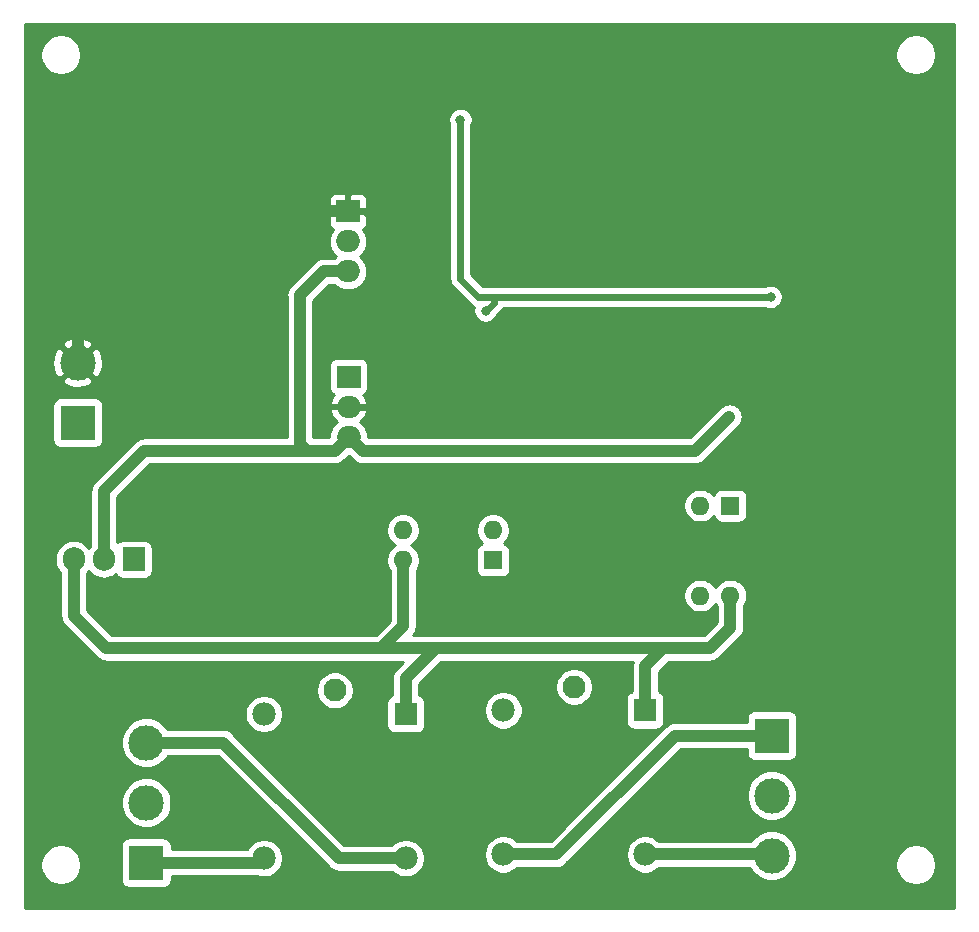
<source format=gbr>
%TF.GenerationSoftware,KiCad,Pcbnew,(5.1.12)-1*%
%TF.CreationDate,2022-01-20T11:47:12-05:00*%
%TF.ProjectId,PCB-ESP32S,5043422d-4553-4503-9332-532e6b696361,rev?*%
%TF.SameCoordinates,Original*%
%TF.FileFunction,Copper,L2,Bot*%
%TF.FilePolarity,Positive*%
%FSLAX46Y46*%
G04 Gerber Fmt 4.6, Leading zero omitted, Abs format (unit mm)*
G04 Created by KiCad (PCBNEW (5.1.12)-1) date 2022-01-20 11:47:12*
%MOMM*%
%LPD*%
G01*
G04 APERTURE LIST*
%TA.AperFunction,ComponentPad*%
%ADD10C,1.980000*%
%TD*%
%TA.AperFunction,ComponentPad*%
%ADD11C,1.935000*%
%TD*%
%TA.AperFunction,ComponentPad*%
%ADD12R,1.980000X1.980000*%
%TD*%
%TA.AperFunction,ComponentPad*%
%ADD13O,1.905000X2.000000*%
%TD*%
%TA.AperFunction,ComponentPad*%
%ADD14R,1.905000X2.000000*%
%TD*%
%TA.AperFunction,ComponentPad*%
%ADD15O,1.600000X1.600000*%
%TD*%
%TA.AperFunction,ComponentPad*%
%ADD16R,1.600000X1.600000*%
%TD*%
%TA.AperFunction,ComponentPad*%
%ADD17C,3.000000*%
%TD*%
%TA.AperFunction,ComponentPad*%
%ADD18R,3.000000X3.000000*%
%TD*%
%TA.AperFunction,ComponentPad*%
%ADD19O,2.000000X1.905000*%
%TD*%
%TA.AperFunction,ComponentPad*%
%ADD20R,2.000000X1.905000*%
%TD*%
%TA.AperFunction,ViaPad*%
%ADD21C,0.800000*%
%TD*%
%TA.AperFunction,Conductor*%
%ADD22C,0.600000*%
%TD*%
%TA.AperFunction,Conductor*%
%ADD23C,1.000000*%
%TD*%
%TA.AperFunction,Conductor*%
%ADD24C,0.254000*%
%TD*%
%TA.AperFunction,Conductor*%
%ADD25C,0.100000*%
%TD*%
G04 APERTURE END LIST*
D10*
%TO.P,K1,NC*%
%TO.N,/ModulosReles/NC2*%
X153507960Y-135751760D03*
%TO.P,K1,NO*%
%TO.N,/ModulosReles/NO2*%
X141507960Y-135751760D03*
%TO.P,K1,A2*%
%TO.N,Net-(D7-Pad2)*%
X141507960Y-123551760D03*
D11*
%TO.P,K1,COM*%
%TO.N,/ModulosReles/C2*%
X147507960Y-121551760D03*
D12*
%TO.P,K1,A1*%
%TO.N,+12V*%
X153507960Y-123551760D03*
%TD*%
D13*
%TO.P,Q1,3*%
%TO.N,+12V*%
X105130600Y-110769400D03*
%TO.P,Q1,2*%
%TO.N,+5V*%
X107670600Y-110769400D03*
D14*
%TO.P,Q1,1*%
%TO.N,Net-(C2-Pad1)*%
X110210600Y-110769400D03*
%TD*%
D15*
%TO.P,U4,4*%
%TO.N,+12V*%
X160726120Y-113827560D03*
%TO.P,U4,2*%
%TO.N,Net-(D5-Pad2)*%
X158186120Y-106207560D03*
%TO.P,U4,3*%
%TO.N,Net-(R9-Pad1)*%
X158186120Y-113827560D03*
D16*
%TO.P,U4,1*%
%TO.N,Net-(R8-Pad2)*%
X160726120Y-106207560D03*
%TD*%
D17*
%TO.P,J4,3*%
%TO.N,/ModulosReles/NC*%
X111272320Y-126283720D03*
%TO.P,J4,2*%
%TO.N,/ModulosReles/C*%
X111272320Y-131363720D03*
D18*
%TO.P,J4,1*%
%TO.N,/ModulosReles/NO*%
X111272320Y-136443720D03*
%TD*%
D10*
%TO.P,K2,NC*%
%TO.N,/ModulosReles/NC*%
X133233680Y-136061640D03*
%TO.P,K2,NO*%
%TO.N,/ModulosReles/NO*%
X121233680Y-136061640D03*
%TO.P,K2,A2*%
%TO.N,Net-(D8-Pad2)*%
X121233680Y-123861640D03*
D11*
%TO.P,K2,COM*%
%TO.N,/ModulosReles/C*%
X127233680Y-121861640D03*
D12*
%TO.P,K2,A1*%
%TO.N,+12V*%
X133233680Y-123861640D03*
%TD*%
D17*
%TO.P,J8,2*%
%TO.N,GND*%
X105460800Y-94107000D03*
D18*
%TO.P,J8,1*%
%TO.N,+12V*%
X105460800Y-99187000D03*
%TD*%
D19*
%TO.P,U3,3*%
%TO.N,+5V*%
X128346200Y-86385400D03*
%TO.P,U3,2*%
%TO.N,+3V3*%
X128346200Y-83845400D03*
D20*
%TO.P,U3,1*%
%TO.N,GND*%
X128346200Y-81305400D03*
%TD*%
D19*
%TO.P,U2,3*%
%TO.N,+5V*%
X128397000Y-100380800D03*
%TO.P,U2,2*%
%TO.N,GND*%
X128397000Y-97840800D03*
D20*
%TO.P,U2,1*%
%TO.N,Net-(C2-Pad1)*%
X128397000Y-95300800D03*
%TD*%
D15*
%TO.P,U5,4*%
%TO.N,+12V*%
X133019800Y-110845600D03*
%TO.P,U5,2*%
%TO.N,Net-(D6-Pad2)*%
X140639800Y-108305600D03*
%TO.P,U5,3*%
%TO.N,Net-(R11-Pad1)*%
X133019800Y-108305600D03*
D16*
%TO.P,U5,1*%
%TO.N,Net-(R10-Pad2)*%
X140639800Y-110845600D03*
%TD*%
D17*
%TO.P,J3,3*%
%TO.N,/ModulosReles/NC2*%
X164231320Y-135839200D03*
%TO.P,J3,2*%
%TO.N,/ModulosReles/C2*%
X164231320Y-130759200D03*
D18*
%TO.P,J3,1*%
%TO.N,/ModulosReles/NO2*%
X164231320Y-125679200D03*
%TD*%
D21*
%TO.N,+3V3*%
X164134800Y-88544400D03*
X137871200Y-73558400D03*
X140004800Y-89712800D03*
%TO.N,GND*%
X128346200Y-81305400D03*
X150063200Y-97840800D03*
%TO.N,+5V*%
X160634680Y-98689160D03*
X160634680Y-98689160D03*
%TD*%
D22*
%TO.N,+3V3*%
X137871200Y-87020400D02*
X137871200Y-73558400D01*
X139395200Y-88544400D02*
X137871200Y-87020400D01*
X140690600Y-89027000D02*
X140690600Y-88544400D01*
X140004800Y-89712800D02*
X140690600Y-89027000D01*
X140690600Y-88544400D02*
X139395200Y-88544400D01*
X164134800Y-88544400D02*
X140690600Y-88544400D01*
D23*
%TO.N,GND*%
X128346200Y-81305400D02*
X106705400Y-81305400D01*
X105460800Y-82550000D02*
X105460800Y-94107000D01*
X106705400Y-81305400D02*
X105460800Y-82550000D01*
D22*
X128346200Y-81305400D02*
X129794000Y-81305400D01*
X129794000Y-81305400D02*
X131013200Y-82524600D01*
X130022400Y-97840800D02*
X128422400Y-97840800D01*
X131013200Y-82524600D02*
X131013200Y-96850000D01*
X131013200Y-96850000D02*
X130581300Y-97281900D01*
X128422400Y-97840800D02*
X130276600Y-97840800D01*
X130581300Y-97281900D02*
X130022400Y-97840800D01*
X128397000Y-97840800D02*
X145089880Y-97840800D01*
X145089880Y-97840800D02*
X150063200Y-97840800D01*
X145089880Y-97840800D02*
X145526760Y-97840800D01*
D23*
%TO.N,+5V*%
X128346200Y-86385400D02*
X126288800Y-86385400D01*
X126288800Y-86385400D02*
X124282200Y-88392000D01*
X124282200Y-88392000D02*
X124282200Y-101015800D01*
X124282200Y-101015800D02*
X124841000Y-101574600D01*
X127228600Y-101574600D02*
X128422400Y-100380800D01*
X124841000Y-101574600D02*
X127228600Y-101574600D01*
X107670600Y-110769400D02*
X107670600Y-105003600D01*
X111099600Y-101574600D02*
X124841000Y-101574600D01*
X107670600Y-105003600D02*
X111099600Y-101574600D01*
D22*
X129585720Y-101569520D02*
X144973040Y-101569520D01*
X153497280Y-101569520D02*
X157754320Y-101569520D01*
D23*
X129585720Y-101569520D02*
X128397000Y-100380800D01*
X145897600Y-101569520D02*
X129585720Y-101569520D01*
X157754320Y-101569520D02*
X160634680Y-98689160D01*
X152872440Y-101569520D02*
X157754320Y-101569520D01*
X144973040Y-101569520D02*
X152872440Y-101569520D01*
X152872440Y-101569520D02*
X153497280Y-101569520D01*
%TO.N,/ModulosReles/NC*%
X127583120Y-136061640D02*
X133233680Y-136061640D01*
X117805200Y-126283720D02*
X127583120Y-136061640D01*
X111272320Y-126283720D02*
X117805200Y-126283720D01*
%TO.N,/ModulosReles/NO*%
X120851600Y-136443720D02*
X121233680Y-136061640D01*
X111272320Y-136443720D02*
X120851600Y-136443720D01*
%TO.N,+12V*%
X133233680Y-123144800D02*
X133233680Y-123861640D01*
X136204960Y-118282720D02*
X137454640Y-118282720D01*
X137454640Y-118282720D02*
X148238920Y-118282720D01*
X105130600Y-115529360D02*
X107883960Y-118282720D01*
X105130600Y-110769400D02*
X105130600Y-115529360D01*
X133233680Y-120827280D02*
X135778240Y-118282720D01*
X133233680Y-123861640D02*
X133233680Y-120827280D01*
X137454640Y-118282720D02*
X135778240Y-118282720D01*
D22*
X127772160Y-118282720D02*
X127762000Y-118272560D01*
X130220720Y-118282720D02*
X127772160Y-118282720D01*
D23*
X130220720Y-118282720D02*
X107883960Y-118282720D01*
X127772160Y-118282720D02*
X128061720Y-118282720D01*
X158988760Y-118282720D02*
X160726120Y-116545360D01*
X160726120Y-113827560D02*
X160726120Y-116545360D01*
X153507960Y-119826520D02*
X155051760Y-118282720D01*
X153507960Y-123551760D02*
X153507960Y-119826520D01*
X155051760Y-118282720D02*
X158988760Y-118282720D01*
X148238920Y-118282720D02*
X155051760Y-118282720D01*
X133019800Y-116423440D02*
X131160520Y-118282720D01*
X133019800Y-110845600D02*
X133019800Y-116423440D01*
X131160520Y-118282720D02*
X130220720Y-118282720D01*
X135778240Y-118282720D02*
X131160520Y-118282720D01*
%TO.N,/ModulosReles/NC2*%
X164143880Y-135751760D02*
X164231320Y-135839200D01*
X153507960Y-135751760D02*
X164143880Y-135751760D01*
%TO.N,/ModulosReles/NO2*%
X164231320Y-125679200D02*
X156072840Y-125679200D01*
X146000280Y-135751760D02*
X141507960Y-135751760D01*
X156072840Y-125679200D02*
X146000280Y-135751760D01*
%TD*%
D24*
%TO.N,GND*%
X179680000Y-140310000D02*
X100990000Y-140310000D01*
X100990000Y-136443017D01*
X102290700Y-136443017D01*
X102290700Y-136784783D01*
X102357375Y-137119981D01*
X102488163Y-137435731D01*
X102678037Y-137719898D01*
X102919702Y-137961563D01*
X103203869Y-138151437D01*
X103519619Y-138282225D01*
X103854817Y-138348900D01*
X104196583Y-138348900D01*
X104531781Y-138282225D01*
X104847531Y-138151437D01*
X105131698Y-137961563D01*
X105373363Y-137719898D01*
X105563237Y-137435731D01*
X105694025Y-137119981D01*
X105760700Y-136784783D01*
X105760700Y-136443017D01*
X105694025Y-136107819D01*
X105563237Y-135792069D01*
X105373363Y-135507902D01*
X105131698Y-135266237D01*
X104847531Y-135076363D01*
X104531781Y-134945575D01*
X104522456Y-134943720D01*
X109134248Y-134943720D01*
X109134248Y-137943720D01*
X109146508Y-138068202D01*
X109182818Y-138187900D01*
X109241783Y-138298214D01*
X109321135Y-138394905D01*
X109417826Y-138474257D01*
X109528140Y-138533222D01*
X109647838Y-138569532D01*
X109772320Y-138581792D01*
X112772320Y-138581792D01*
X112896802Y-138569532D01*
X113016500Y-138533222D01*
X113126814Y-138474257D01*
X113223505Y-138394905D01*
X113302857Y-138298214D01*
X113361822Y-138187900D01*
X113398132Y-138068202D01*
X113410392Y-137943720D01*
X113410392Y-137578720D01*
X120649905Y-137578720D01*
X120759685Y-137624192D01*
X121073631Y-137686640D01*
X121393729Y-137686640D01*
X121707675Y-137624192D01*
X122003406Y-137501697D01*
X122269557Y-137323860D01*
X122495900Y-137097517D01*
X122673737Y-136831366D01*
X122796232Y-136535635D01*
X122858680Y-136221689D01*
X122858680Y-135901591D01*
X122796232Y-135587645D01*
X122673737Y-135291914D01*
X122495900Y-135025763D01*
X122269557Y-134799420D01*
X122003406Y-134621583D01*
X121707675Y-134499088D01*
X121393729Y-134436640D01*
X121073631Y-134436640D01*
X120759685Y-134499088D01*
X120463954Y-134621583D01*
X120197803Y-134799420D01*
X119971460Y-135025763D01*
X119793623Y-135291914D01*
X119786662Y-135308720D01*
X113410392Y-135308720D01*
X113410392Y-134943720D01*
X113398132Y-134819238D01*
X113361822Y-134699540D01*
X113302857Y-134589226D01*
X113223505Y-134492535D01*
X113126814Y-134413183D01*
X113016500Y-134354218D01*
X112896802Y-134317908D01*
X112772320Y-134305648D01*
X109772320Y-134305648D01*
X109647838Y-134317908D01*
X109528140Y-134354218D01*
X109417826Y-134413183D01*
X109321135Y-134492535D01*
X109241783Y-134589226D01*
X109182818Y-134699540D01*
X109146508Y-134819238D01*
X109134248Y-134943720D01*
X104522456Y-134943720D01*
X104196583Y-134878900D01*
X103854817Y-134878900D01*
X103519619Y-134945575D01*
X103203869Y-135076363D01*
X102919702Y-135266237D01*
X102678037Y-135507902D01*
X102488163Y-135792069D01*
X102357375Y-136107819D01*
X102290700Y-136443017D01*
X100990000Y-136443017D01*
X100990000Y-131153441D01*
X109137320Y-131153441D01*
X109137320Y-131573999D01*
X109219367Y-131986476D01*
X109380308Y-132375022D01*
X109613957Y-132724703D01*
X109911337Y-133022083D01*
X110261018Y-133255732D01*
X110649564Y-133416673D01*
X111062041Y-133498720D01*
X111482599Y-133498720D01*
X111895076Y-133416673D01*
X112283622Y-133255732D01*
X112633303Y-133022083D01*
X112930683Y-132724703D01*
X113164332Y-132375022D01*
X113325273Y-131986476D01*
X113407320Y-131573999D01*
X113407320Y-131153441D01*
X113325273Y-130740964D01*
X113164332Y-130352418D01*
X112930683Y-130002737D01*
X112633303Y-129705357D01*
X112283622Y-129471708D01*
X111895076Y-129310767D01*
X111482599Y-129228720D01*
X111062041Y-129228720D01*
X110649564Y-129310767D01*
X110261018Y-129471708D01*
X109911337Y-129705357D01*
X109613957Y-130002737D01*
X109380308Y-130352418D01*
X109219367Y-130740964D01*
X109137320Y-131153441D01*
X100990000Y-131153441D01*
X100990000Y-126073441D01*
X109137320Y-126073441D01*
X109137320Y-126493999D01*
X109219367Y-126906476D01*
X109380308Y-127295022D01*
X109613957Y-127644703D01*
X109911337Y-127942083D01*
X110261018Y-128175732D01*
X110649564Y-128336673D01*
X111062041Y-128418720D01*
X111482599Y-128418720D01*
X111895076Y-128336673D01*
X112283622Y-128175732D01*
X112633303Y-127942083D01*
X112930683Y-127644703D01*
X113081680Y-127418720D01*
X117335069Y-127418720D01*
X126741129Y-136824781D01*
X126776671Y-136868089D01*
X126949497Y-137009924D01*
X127113373Y-137097517D01*
X127146673Y-137115316D01*
X127360621Y-137180217D01*
X127583119Y-137202131D01*
X127638871Y-137196640D01*
X132070583Y-137196640D01*
X132197803Y-137323860D01*
X132463954Y-137501697D01*
X132759685Y-137624192D01*
X133073631Y-137686640D01*
X133393729Y-137686640D01*
X133707675Y-137624192D01*
X134003406Y-137501697D01*
X134269557Y-137323860D01*
X134495900Y-137097517D01*
X134673737Y-136831366D01*
X134796232Y-136535635D01*
X134858680Y-136221689D01*
X134858680Y-135901591D01*
X134797041Y-135591711D01*
X139882960Y-135591711D01*
X139882960Y-135911809D01*
X139945408Y-136225755D01*
X140067903Y-136521486D01*
X140245740Y-136787637D01*
X140472083Y-137013980D01*
X140738234Y-137191817D01*
X141033965Y-137314312D01*
X141347911Y-137376760D01*
X141668009Y-137376760D01*
X141981955Y-137314312D01*
X142277686Y-137191817D01*
X142543837Y-137013980D01*
X142671057Y-136886760D01*
X145944529Y-136886760D01*
X146000280Y-136892251D01*
X146056031Y-136886760D01*
X146056032Y-136886760D01*
X146222779Y-136870337D01*
X146436727Y-136805436D01*
X146633903Y-136700044D01*
X146806729Y-136558209D01*
X146842276Y-136514895D01*
X147765460Y-135591711D01*
X151882960Y-135591711D01*
X151882960Y-135911809D01*
X151945408Y-136225755D01*
X152067903Y-136521486D01*
X152245740Y-136787637D01*
X152472083Y-137013980D01*
X152738234Y-137191817D01*
X153033965Y-137314312D01*
X153347911Y-137376760D01*
X153668009Y-137376760D01*
X153981955Y-137314312D01*
X154277686Y-137191817D01*
X154543837Y-137013980D01*
X154671057Y-136886760D01*
X162363535Y-136886760D01*
X162572957Y-137200183D01*
X162870337Y-137497563D01*
X163220018Y-137731212D01*
X163608564Y-137892153D01*
X164021041Y-137974200D01*
X164441599Y-137974200D01*
X164854076Y-137892153D01*
X165242622Y-137731212D01*
X165592303Y-137497563D01*
X165889683Y-137200183D01*
X166123332Y-136850502D01*
X166284273Y-136461956D01*
X166288040Y-136443017D01*
X174680700Y-136443017D01*
X174680700Y-136784783D01*
X174747375Y-137119981D01*
X174878163Y-137435731D01*
X175068037Y-137719898D01*
X175309702Y-137961563D01*
X175593869Y-138151437D01*
X175909619Y-138282225D01*
X176244817Y-138348900D01*
X176586583Y-138348900D01*
X176921781Y-138282225D01*
X177237531Y-138151437D01*
X177521698Y-137961563D01*
X177763363Y-137719898D01*
X177953237Y-137435731D01*
X178084025Y-137119981D01*
X178150700Y-136784783D01*
X178150700Y-136443017D01*
X178084025Y-136107819D01*
X177953237Y-135792069D01*
X177763363Y-135507902D01*
X177521698Y-135266237D01*
X177237531Y-135076363D01*
X176921781Y-134945575D01*
X176586583Y-134878900D01*
X176244817Y-134878900D01*
X175909619Y-134945575D01*
X175593869Y-135076363D01*
X175309702Y-135266237D01*
X175068037Y-135507902D01*
X174878163Y-135792069D01*
X174747375Y-136107819D01*
X174680700Y-136443017D01*
X166288040Y-136443017D01*
X166366320Y-136049479D01*
X166366320Y-135628921D01*
X166284273Y-135216444D01*
X166123332Y-134827898D01*
X165889683Y-134478217D01*
X165592303Y-134180837D01*
X165242622Y-133947188D01*
X164854076Y-133786247D01*
X164441599Y-133704200D01*
X164021041Y-133704200D01*
X163608564Y-133786247D01*
X163220018Y-133947188D01*
X162870337Y-134180837D01*
X162572957Y-134478217D01*
X162480386Y-134616760D01*
X154671057Y-134616760D01*
X154543837Y-134489540D01*
X154277686Y-134311703D01*
X153981955Y-134189208D01*
X153668009Y-134126760D01*
X153347911Y-134126760D01*
X153033965Y-134189208D01*
X152738234Y-134311703D01*
X152472083Y-134489540D01*
X152245740Y-134715883D01*
X152067903Y-134982034D01*
X151945408Y-135277765D01*
X151882960Y-135591711D01*
X147765460Y-135591711D01*
X152808250Y-130548921D01*
X162096320Y-130548921D01*
X162096320Y-130969479D01*
X162178367Y-131381956D01*
X162339308Y-131770502D01*
X162572957Y-132120183D01*
X162870337Y-132417563D01*
X163220018Y-132651212D01*
X163608564Y-132812153D01*
X164021041Y-132894200D01*
X164441599Y-132894200D01*
X164854076Y-132812153D01*
X165242622Y-132651212D01*
X165592303Y-132417563D01*
X165889683Y-132120183D01*
X166123332Y-131770502D01*
X166284273Y-131381956D01*
X166366320Y-130969479D01*
X166366320Y-130548921D01*
X166284273Y-130136444D01*
X166123332Y-129747898D01*
X165889683Y-129398217D01*
X165592303Y-129100837D01*
X165242622Y-128867188D01*
X164854076Y-128706247D01*
X164441599Y-128624200D01*
X164021041Y-128624200D01*
X163608564Y-128706247D01*
X163220018Y-128867188D01*
X162870337Y-129100837D01*
X162572957Y-129398217D01*
X162339308Y-129747898D01*
X162178367Y-130136444D01*
X162096320Y-130548921D01*
X152808250Y-130548921D01*
X156542972Y-126814200D01*
X162093248Y-126814200D01*
X162093248Y-127179200D01*
X162105508Y-127303682D01*
X162141818Y-127423380D01*
X162200783Y-127533694D01*
X162280135Y-127630385D01*
X162376826Y-127709737D01*
X162487140Y-127768702D01*
X162606838Y-127805012D01*
X162731320Y-127817272D01*
X165731320Y-127817272D01*
X165855802Y-127805012D01*
X165975500Y-127768702D01*
X166085814Y-127709737D01*
X166182505Y-127630385D01*
X166261857Y-127533694D01*
X166320822Y-127423380D01*
X166357132Y-127303682D01*
X166369392Y-127179200D01*
X166369392Y-124179200D01*
X166357132Y-124054718D01*
X166320822Y-123935020D01*
X166261857Y-123824706D01*
X166182505Y-123728015D01*
X166085814Y-123648663D01*
X165975500Y-123589698D01*
X165855802Y-123553388D01*
X165731320Y-123541128D01*
X162731320Y-123541128D01*
X162606838Y-123553388D01*
X162487140Y-123589698D01*
X162376826Y-123648663D01*
X162280135Y-123728015D01*
X162200783Y-123824706D01*
X162141818Y-123935020D01*
X162105508Y-124054718D01*
X162093248Y-124179200D01*
X162093248Y-124544200D01*
X156128591Y-124544200D01*
X156072840Y-124538709D01*
X156017088Y-124544200D01*
X155850341Y-124560623D01*
X155636393Y-124625524D01*
X155439217Y-124730916D01*
X155266391Y-124872751D01*
X155230849Y-124916059D01*
X145530149Y-134616760D01*
X142671057Y-134616760D01*
X142543837Y-134489540D01*
X142277686Y-134311703D01*
X141981955Y-134189208D01*
X141668009Y-134126760D01*
X141347911Y-134126760D01*
X141033965Y-134189208D01*
X140738234Y-134311703D01*
X140472083Y-134489540D01*
X140245740Y-134715883D01*
X140067903Y-134982034D01*
X139945408Y-135277765D01*
X139882960Y-135591711D01*
X134797041Y-135591711D01*
X134796232Y-135587645D01*
X134673737Y-135291914D01*
X134495900Y-135025763D01*
X134269557Y-134799420D01*
X134003406Y-134621583D01*
X133707675Y-134499088D01*
X133393729Y-134436640D01*
X133073631Y-134436640D01*
X132759685Y-134499088D01*
X132463954Y-134621583D01*
X132197803Y-134799420D01*
X132070583Y-134926640D01*
X128053252Y-134926640D01*
X118647196Y-125520585D01*
X118611649Y-125477271D01*
X118438823Y-125335436D01*
X118241647Y-125230044D01*
X118027699Y-125165143D01*
X117860952Y-125148720D01*
X117860951Y-125148720D01*
X117805200Y-125143229D01*
X117749449Y-125148720D01*
X113081680Y-125148720D01*
X112930683Y-124922737D01*
X112633303Y-124625357D01*
X112283622Y-124391708D01*
X111895076Y-124230767D01*
X111482599Y-124148720D01*
X111062041Y-124148720D01*
X110649564Y-124230767D01*
X110261018Y-124391708D01*
X109911337Y-124625357D01*
X109613957Y-124922737D01*
X109380308Y-125272418D01*
X109219367Y-125660964D01*
X109137320Y-126073441D01*
X100990000Y-126073441D01*
X100990000Y-123701591D01*
X119608680Y-123701591D01*
X119608680Y-124021689D01*
X119671128Y-124335635D01*
X119793623Y-124631366D01*
X119971460Y-124897517D01*
X120197803Y-125123860D01*
X120463954Y-125301697D01*
X120759685Y-125424192D01*
X121073631Y-125486640D01*
X121393729Y-125486640D01*
X121707675Y-125424192D01*
X122003406Y-125301697D01*
X122269557Y-125123860D01*
X122495900Y-124897517D01*
X122673737Y-124631366D01*
X122796232Y-124335635D01*
X122858680Y-124021689D01*
X122858680Y-123701591D01*
X122796232Y-123387645D01*
X122673737Y-123091914D01*
X122495900Y-122825763D01*
X122269557Y-122599420D01*
X122003406Y-122421583D01*
X121707675Y-122299088D01*
X121393729Y-122236640D01*
X121073631Y-122236640D01*
X120759685Y-122299088D01*
X120463954Y-122421583D01*
X120197803Y-122599420D01*
X119971460Y-122825763D01*
X119793623Y-123091914D01*
X119671128Y-123387645D01*
X119608680Y-123701591D01*
X100990000Y-123701591D01*
X100990000Y-121703808D01*
X125631180Y-121703808D01*
X125631180Y-122019472D01*
X125692763Y-122329072D01*
X125813563Y-122620708D01*
X125988937Y-122883174D01*
X126212146Y-123106383D01*
X126474612Y-123281757D01*
X126766248Y-123402557D01*
X127075848Y-123464140D01*
X127391512Y-123464140D01*
X127701112Y-123402557D01*
X127992748Y-123281757D01*
X128255214Y-123106383D01*
X128478423Y-122883174D01*
X128653797Y-122620708D01*
X128774597Y-122329072D01*
X128836180Y-122019472D01*
X128836180Y-121703808D01*
X128774597Y-121394208D01*
X128653797Y-121102572D01*
X128478423Y-120840106D01*
X128255214Y-120616897D01*
X127992748Y-120441523D01*
X127701112Y-120320723D01*
X127391512Y-120259140D01*
X127075848Y-120259140D01*
X126766248Y-120320723D01*
X126474612Y-120441523D01*
X126212146Y-120616897D01*
X125988937Y-120840106D01*
X125813563Y-121102572D01*
X125692763Y-121394208D01*
X125631180Y-121703808D01*
X100990000Y-121703808D01*
X100990000Y-110643914D01*
X103543100Y-110643914D01*
X103543100Y-110894885D01*
X103566070Y-111128103D01*
X103656845Y-111427348D01*
X103804255Y-111703134D01*
X103995600Y-111936289D01*
X103995601Y-115473599D01*
X103990109Y-115529360D01*
X104012023Y-115751858D01*
X104076924Y-115965806D01*
X104125984Y-116057590D01*
X104182317Y-116162983D01*
X104324152Y-116335809D01*
X104367460Y-116371351D01*
X107041969Y-119045861D01*
X107077511Y-119089169D01*
X107250337Y-119231004D01*
X107447513Y-119336396D01*
X107661461Y-119401297D01*
X107883959Y-119423211D01*
X107939711Y-119417720D01*
X131104769Y-119417720D01*
X131160520Y-119423211D01*
X131216271Y-119417720D01*
X133038109Y-119417720D01*
X132470540Y-119985289D01*
X132427232Y-120020831D01*
X132285397Y-120193657D01*
X132250396Y-120259140D01*
X132180004Y-120390834D01*
X132115103Y-120604782D01*
X132093189Y-120827280D01*
X132098681Y-120883041D01*
X132098681Y-122252052D01*
X131999500Y-122282138D01*
X131889186Y-122341103D01*
X131792495Y-122420455D01*
X131713143Y-122517146D01*
X131654178Y-122627460D01*
X131617868Y-122747158D01*
X131605608Y-122871640D01*
X131605608Y-124851640D01*
X131617868Y-124976122D01*
X131654178Y-125095820D01*
X131713143Y-125206134D01*
X131792495Y-125302825D01*
X131889186Y-125382177D01*
X131999500Y-125441142D01*
X132119198Y-125477452D01*
X132243680Y-125489712D01*
X134223680Y-125489712D01*
X134348162Y-125477452D01*
X134467860Y-125441142D01*
X134578174Y-125382177D01*
X134674865Y-125302825D01*
X134754217Y-125206134D01*
X134813182Y-125095820D01*
X134849492Y-124976122D01*
X134861752Y-124851640D01*
X134861752Y-123391711D01*
X139882960Y-123391711D01*
X139882960Y-123711809D01*
X139945408Y-124025755D01*
X140067903Y-124321486D01*
X140245740Y-124587637D01*
X140472083Y-124813980D01*
X140738234Y-124991817D01*
X141033965Y-125114312D01*
X141347911Y-125176760D01*
X141668009Y-125176760D01*
X141981955Y-125114312D01*
X142277686Y-124991817D01*
X142543837Y-124813980D01*
X142770180Y-124587637D01*
X142948017Y-124321486D01*
X143070512Y-124025755D01*
X143132960Y-123711809D01*
X143132960Y-123391711D01*
X143070512Y-123077765D01*
X142948017Y-122782034D01*
X142770180Y-122515883D01*
X142543837Y-122289540D01*
X142277686Y-122111703D01*
X141981955Y-121989208D01*
X141668009Y-121926760D01*
X141347911Y-121926760D01*
X141033965Y-121989208D01*
X140738234Y-122111703D01*
X140472083Y-122289540D01*
X140245740Y-122515883D01*
X140067903Y-122782034D01*
X139945408Y-123077765D01*
X139882960Y-123391711D01*
X134861752Y-123391711D01*
X134861752Y-122871640D01*
X134849492Y-122747158D01*
X134813182Y-122627460D01*
X134754217Y-122517146D01*
X134674865Y-122420455D01*
X134578174Y-122341103D01*
X134467860Y-122282138D01*
X134368680Y-122252052D01*
X134368680Y-121393928D01*
X145905460Y-121393928D01*
X145905460Y-121709592D01*
X145967043Y-122019192D01*
X146087843Y-122310828D01*
X146263217Y-122573294D01*
X146486426Y-122796503D01*
X146748892Y-122971877D01*
X147040528Y-123092677D01*
X147350128Y-123154260D01*
X147665792Y-123154260D01*
X147975392Y-123092677D01*
X148267028Y-122971877D01*
X148529494Y-122796503D01*
X148752703Y-122573294D01*
X148928077Y-122310828D01*
X149048877Y-122019192D01*
X149110460Y-121709592D01*
X149110460Y-121393928D01*
X149048877Y-121084328D01*
X148928077Y-120792692D01*
X148752703Y-120530226D01*
X148529494Y-120307017D01*
X148267028Y-120131643D01*
X147975392Y-120010843D01*
X147665792Y-119949260D01*
X147350128Y-119949260D01*
X147040528Y-120010843D01*
X146748892Y-120131643D01*
X146486426Y-120307017D01*
X146263217Y-120530226D01*
X146087843Y-120792692D01*
X145967043Y-121084328D01*
X145905460Y-121393928D01*
X134368680Y-121393928D01*
X134368680Y-121297411D01*
X136248372Y-119417720D01*
X152445898Y-119417720D01*
X152389383Y-119604022D01*
X152367469Y-119826520D01*
X152372961Y-119882281D01*
X152372960Y-121942172D01*
X152273780Y-121972258D01*
X152163466Y-122031223D01*
X152066775Y-122110575D01*
X151987423Y-122207266D01*
X151928458Y-122317580D01*
X151892148Y-122437278D01*
X151879888Y-122561760D01*
X151879888Y-124541760D01*
X151892148Y-124666242D01*
X151928458Y-124785940D01*
X151987423Y-124896254D01*
X152066775Y-124992945D01*
X152163466Y-125072297D01*
X152273780Y-125131262D01*
X152393478Y-125167572D01*
X152517960Y-125179832D01*
X154497960Y-125179832D01*
X154622442Y-125167572D01*
X154742140Y-125131262D01*
X154852454Y-125072297D01*
X154949145Y-124992945D01*
X155028497Y-124896254D01*
X155087462Y-124785940D01*
X155123772Y-124666242D01*
X155136032Y-124541760D01*
X155136032Y-122561760D01*
X155123772Y-122437278D01*
X155087462Y-122317580D01*
X155028497Y-122207266D01*
X154949145Y-122110575D01*
X154852454Y-122031223D01*
X154742140Y-121972258D01*
X154642960Y-121942172D01*
X154642960Y-120296651D01*
X155521892Y-119417720D01*
X158933009Y-119417720D01*
X158988760Y-119423211D01*
X159044511Y-119417720D01*
X159044512Y-119417720D01*
X159211259Y-119401297D01*
X159425207Y-119336396D01*
X159622383Y-119231004D01*
X159795209Y-119089169D01*
X159830756Y-119045855D01*
X161489260Y-117387351D01*
X161532569Y-117351809D01*
X161674404Y-117178983D01*
X161779796Y-116981807D01*
X161844697Y-116767859D01*
X161861120Y-116601112D01*
X161866611Y-116545361D01*
X161861120Y-116489609D01*
X161861120Y-114711844D01*
X161997800Y-114507287D01*
X162105973Y-114246134D01*
X162161120Y-113968895D01*
X162161120Y-113686225D01*
X162105973Y-113408986D01*
X161997800Y-113147833D01*
X161840757Y-112912801D01*
X161640879Y-112712923D01*
X161405847Y-112555880D01*
X161144694Y-112447707D01*
X160867455Y-112392560D01*
X160584785Y-112392560D01*
X160307546Y-112447707D01*
X160046393Y-112555880D01*
X159811361Y-112712923D01*
X159611483Y-112912801D01*
X159456120Y-113145319D01*
X159300757Y-112912801D01*
X159100879Y-112712923D01*
X158865847Y-112555880D01*
X158604694Y-112447707D01*
X158327455Y-112392560D01*
X158044785Y-112392560D01*
X157767546Y-112447707D01*
X157506393Y-112555880D01*
X157271361Y-112712923D01*
X157071483Y-112912801D01*
X156914440Y-113147833D01*
X156806267Y-113408986D01*
X156751120Y-113686225D01*
X156751120Y-113968895D01*
X156806267Y-114246134D01*
X156914440Y-114507287D01*
X157071483Y-114742319D01*
X157271361Y-114942197D01*
X157506393Y-115099240D01*
X157767546Y-115207413D01*
X158044785Y-115262560D01*
X158327455Y-115262560D01*
X158604694Y-115207413D01*
X158865847Y-115099240D01*
X159100879Y-114942197D01*
X159300757Y-114742319D01*
X159456120Y-114509801D01*
X159591120Y-114711844D01*
X159591121Y-116075227D01*
X158518629Y-117147720D01*
X155107511Y-117147720D01*
X155051760Y-117142229D01*
X154996008Y-117147720D01*
X135833981Y-117147720D01*
X135778239Y-117142230D01*
X135722497Y-117147720D01*
X133893684Y-117147720D01*
X133968084Y-117057063D01*
X134073476Y-116859887D01*
X134138377Y-116645939D01*
X134154800Y-116479192D01*
X134160291Y-116423440D01*
X134154800Y-116367689D01*
X134154800Y-111729884D01*
X134291480Y-111525327D01*
X134399653Y-111264174D01*
X134454800Y-110986935D01*
X134454800Y-110704265D01*
X134399653Y-110427026D01*
X134291480Y-110165873D01*
X134211117Y-110045600D01*
X139201728Y-110045600D01*
X139201728Y-111645600D01*
X139213988Y-111770082D01*
X139250298Y-111889780D01*
X139309263Y-112000094D01*
X139388615Y-112096785D01*
X139485306Y-112176137D01*
X139595620Y-112235102D01*
X139715318Y-112271412D01*
X139839800Y-112283672D01*
X141439800Y-112283672D01*
X141564282Y-112271412D01*
X141683980Y-112235102D01*
X141794294Y-112176137D01*
X141890985Y-112096785D01*
X141970337Y-112000094D01*
X142029302Y-111889780D01*
X142065612Y-111770082D01*
X142077872Y-111645600D01*
X142077872Y-110045600D01*
X142065612Y-109921118D01*
X142029302Y-109801420D01*
X141970337Y-109691106D01*
X141890985Y-109594415D01*
X141794294Y-109515063D01*
X141683980Y-109456098D01*
X141564282Y-109419788D01*
X141555839Y-109418957D01*
X141754437Y-109220359D01*
X141911480Y-108985327D01*
X142019653Y-108724174D01*
X142074800Y-108446935D01*
X142074800Y-108164265D01*
X142019653Y-107887026D01*
X141911480Y-107625873D01*
X141754437Y-107390841D01*
X141554559Y-107190963D01*
X141319527Y-107033920D01*
X141058374Y-106925747D01*
X140781135Y-106870600D01*
X140498465Y-106870600D01*
X140221226Y-106925747D01*
X139960073Y-107033920D01*
X139725041Y-107190963D01*
X139525163Y-107390841D01*
X139368120Y-107625873D01*
X139259947Y-107887026D01*
X139204800Y-108164265D01*
X139204800Y-108446935D01*
X139259947Y-108724174D01*
X139368120Y-108985327D01*
X139525163Y-109220359D01*
X139723761Y-109418957D01*
X139715318Y-109419788D01*
X139595620Y-109456098D01*
X139485306Y-109515063D01*
X139388615Y-109594415D01*
X139309263Y-109691106D01*
X139250298Y-109801420D01*
X139213988Y-109921118D01*
X139201728Y-110045600D01*
X134211117Y-110045600D01*
X134134437Y-109930841D01*
X133934559Y-109730963D01*
X133702041Y-109575600D01*
X133934559Y-109420237D01*
X134134437Y-109220359D01*
X134291480Y-108985327D01*
X134399653Y-108724174D01*
X134454800Y-108446935D01*
X134454800Y-108164265D01*
X134399653Y-107887026D01*
X134291480Y-107625873D01*
X134134437Y-107390841D01*
X133934559Y-107190963D01*
X133699527Y-107033920D01*
X133438374Y-106925747D01*
X133161135Y-106870600D01*
X132878465Y-106870600D01*
X132601226Y-106925747D01*
X132340073Y-107033920D01*
X132105041Y-107190963D01*
X131905163Y-107390841D01*
X131748120Y-107625873D01*
X131639947Y-107887026D01*
X131584800Y-108164265D01*
X131584800Y-108446935D01*
X131639947Y-108724174D01*
X131748120Y-108985327D01*
X131905163Y-109220359D01*
X132105041Y-109420237D01*
X132337559Y-109575600D01*
X132105041Y-109730963D01*
X131905163Y-109930841D01*
X131748120Y-110165873D01*
X131639947Y-110427026D01*
X131584800Y-110704265D01*
X131584800Y-110986935D01*
X131639947Y-111264174D01*
X131748120Y-111525327D01*
X131884800Y-111729884D01*
X131884801Y-115953307D01*
X130690389Y-117147720D01*
X108354092Y-117147720D01*
X106265600Y-115059229D01*
X106265600Y-111936288D01*
X106400600Y-111771791D01*
X106542637Y-111944863D01*
X106784365Y-112143245D01*
X107060151Y-112290655D01*
X107359396Y-112381430D01*
X107670600Y-112412081D01*
X107981803Y-112381430D01*
X108281048Y-112290655D01*
X108556834Y-112143245D01*
X108682695Y-112039953D01*
X108727563Y-112123894D01*
X108806915Y-112220585D01*
X108903606Y-112299937D01*
X109013920Y-112358902D01*
X109133618Y-112395212D01*
X109258100Y-112407472D01*
X111163100Y-112407472D01*
X111287582Y-112395212D01*
X111407280Y-112358902D01*
X111517594Y-112299937D01*
X111614285Y-112220585D01*
X111693637Y-112123894D01*
X111752602Y-112013580D01*
X111788912Y-111893882D01*
X111801172Y-111769400D01*
X111801172Y-109769400D01*
X111788912Y-109644918D01*
X111752602Y-109525220D01*
X111693637Y-109414906D01*
X111614285Y-109318215D01*
X111517594Y-109238863D01*
X111407280Y-109179898D01*
X111287582Y-109143588D01*
X111163100Y-109131328D01*
X109258100Y-109131328D01*
X109133618Y-109143588D01*
X109013920Y-109179898D01*
X108903606Y-109238863D01*
X108806915Y-109318215D01*
X108805600Y-109319817D01*
X108805600Y-106066225D01*
X156751120Y-106066225D01*
X156751120Y-106348895D01*
X156806267Y-106626134D01*
X156914440Y-106887287D01*
X157071483Y-107122319D01*
X157271361Y-107322197D01*
X157506393Y-107479240D01*
X157767546Y-107587413D01*
X158044785Y-107642560D01*
X158327455Y-107642560D01*
X158604694Y-107587413D01*
X158865847Y-107479240D01*
X159100879Y-107322197D01*
X159299477Y-107123599D01*
X159300308Y-107132042D01*
X159336618Y-107251740D01*
X159395583Y-107362054D01*
X159474935Y-107458745D01*
X159571626Y-107538097D01*
X159681940Y-107597062D01*
X159801638Y-107633372D01*
X159926120Y-107645632D01*
X161526120Y-107645632D01*
X161650602Y-107633372D01*
X161770300Y-107597062D01*
X161880614Y-107538097D01*
X161977305Y-107458745D01*
X162056657Y-107362054D01*
X162115622Y-107251740D01*
X162151932Y-107132042D01*
X162164192Y-107007560D01*
X162164192Y-105407560D01*
X162151932Y-105283078D01*
X162115622Y-105163380D01*
X162056657Y-105053066D01*
X161977305Y-104956375D01*
X161880614Y-104877023D01*
X161770300Y-104818058D01*
X161650602Y-104781748D01*
X161526120Y-104769488D01*
X159926120Y-104769488D01*
X159801638Y-104781748D01*
X159681940Y-104818058D01*
X159571626Y-104877023D01*
X159474935Y-104956375D01*
X159395583Y-105053066D01*
X159336618Y-105163380D01*
X159300308Y-105283078D01*
X159299477Y-105291521D01*
X159100879Y-105092923D01*
X158865847Y-104935880D01*
X158604694Y-104827707D01*
X158327455Y-104772560D01*
X158044785Y-104772560D01*
X157767546Y-104827707D01*
X157506393Y-104935880D01*
X157271361Y-105092923D01*
X157071483Y-105292801D01*
X156914440Y-105527833D01*
X156806267Y-105788986D01*
X156751120Y-106066225D01*
X108805600Y-106066225D01*
X108805600Y-105473731D01*
X111569732Y-102709600D01*
X124785248Y-102709600D01*
X124841000Y-102715091D01*
X124896752Y-102709600D01*
X127172849Y-102709600D01*
X127228600Y-102715091D01*
X127284351Y-102709600D01*
X127284352Y-102709600D01*
X127451099Y-102693177D01*
X127665047Y-102628276D01*
X127862223Y-102522884D01*
X128035049Y-102381049D01*
X128070596Y-102337735D01*
X128409700Y-101998632D01*
X128743728Y-102332660D01*
X128779271Y-102375969D01*
X128952097Y-102517804D01*
X129149273Y-102623196D01*
X129363221Y-102688097D01*
X129585720Y-102710011D01*
X129641471Y-102704520D01*
X157698569Y-102704520D01*
X157754320Y-102710011D01*
X157810071Y-102704520D01*
X157810072Y-102704520D01*
X157976819Y-102688097D01*
X158190767Y-102623196D01*
X158387943Y-102517804D01*
X158560769Y-102375969D01*
X158596316Y-102332655D01*
X161476668Y-99452304D01*
X161582963Y-99322783D01*
X161688355Y-99125607D01*
X161753257Y-98911660D01*
X161775170Y-98689161D01*
X161753257Y-98466662D01*
X161688355Y-98252714D01*
X161582963Y-98055538D01*
X161441128Y-97882712D01*
X161268302Y-97740877D01*
X161071126Y-97635485D01*
X160857178Y-97570583D01*
X160634679Y-97548670D01*
X160412180Y-97570583D01*
X160198233Y-97635485D01*
X160001057Y-97740877D01*
X159871536Y-97847172D01*
X157284189Y-100434520D01*
X130055852Y-100434520D01*
X130036314Y-100414983D01*
X130039681Y-100380800D01*
X130009030Y-100069596D01*
X129918255Y-99770351D01*
X129770845Y-99494565D01*
X129572463Y-99252837D01*
X129393101Y-99105637D01*
X129578315Y-98950237D01*
X129772969Y-98707723D01*
X129916571Y-98431894D01*
X129987563Y-98213780D01*
X129867594Y-97967800D01*
X128524000Y-97967800D01*
X128524000Y-97987800D01*
X128270000Y-97987800D01*
X128270000Y-97967800D01*
X126926406Y-97967800D01*
X126806437Y-98213780D01*
X126877429Y-98431894D01*
X127021031Y-98707723D01*
X127215685Y-98950237D01*
X127400899Y-99105637D01*
X127221537Y-99252837D01*
X127023155Y-99494565D01*
X126875745Y-99770351D01*
X126784970Y-100069596D01*
X126754319Y-100380800D01*
X126759963Y-100438106D01*
X126758469Y-100439600D01*
X125417200Y-100439600D01*
X125417200Y-94348300D01*
X126758928Y-94348300D01*
X126758928Y-96253300D01*
X126771188Y-96377782D01*
X126807498Y-96497480D01*
X126866463Y-96607794D01*
X126945815Y-96704485D01*
X127042506Y-96783837D01*
X127134219Y-96832859D01*
X127021031Y-96973877D01*
X126877429Y-97249706D01*
X126806437Y-97467820D01*
X126926406Y-97713800D01*
X128270000Y-97713800D01*
X128270000Y-97693800D01*
X128524000Y-97693800D01*
X128524000Y-97713800D01*
X129867594Y-97713800D01*
X129987563Y-97467820D01*
X129916571Y-97249706D01*
X129772969Y-96973877D01*
X129659781Y-96832859D01*
X129751494Y-96783837D01*
X129848185Y-96704485D01*
X129927537Y-96607794D01*
X129986502Y-96497480D01*
X130022812Y-96377782D01*
X130035072Y-96253300D01*
X130035072Y-94348300D01*
X130022812Y-94223818D01*
X129986502Y-94104120D01*
X129927537Y-93993806D01*
X129848185Y-93897115D01*
X129751494Y-93817763D01*
X129641180Y-93758798D01*
X129521482Y-93722488D01*
X129397000Y-93710228D01*
X127397000Y-93710228D01*
X127272518Y-93722488D01*
X127152820Y-93758798D01*
X127042506Y-93817763D01*
X126945815Y-93897115D01*
X126866463Y-93993806D01*
X126807498Y-94104120D01*
X126771188Y-94223818D01*
X126758928Y-94348300D01*
X125417200Y-94348300D01*
X125417200Y-88862131D01*
X126758932Y-87520400D01*
X127179312Y-87520400D01*
X127412465Y-87711745D01*
X127688251Y-87859155D01*
X127987496Y-87949930D01*
X128220714Y-87972900D01*
X128471686Y-87972900D01*
X128704904Y-87949930D01*
X129004149Y-87859155D01*
X129279935Y-87711745D01*
X129521663Y-87513363D01*
X129720045Y-87271635D01*
X129867455Y-86995849D01*
X129958230Y-86696604D01*
X129988881Y-86385400D01*
X129958230Y-86074196D01*
X129867455Y-85774951D01*
X129720045Y-85499165D01*
X129521663Y-85257437D01*
X129348591Y-85115400D01*
X129521663Y-84973363D01*
X129720045Y-84731635D01*
X129867455Y-84455849D01*
X129958230Y-84156604D01*
X129988881Y-83845400D01*
X129958230Y-83534196D01*
X129867455Y-83234951D01*
X129720045Y-82959165D01*
X129616754Y-82833305D01*
X129700694Y-82788437D01*
X129797385Y-82709085D01*
X129876737Y-82612394D01*
X129935702Y-82502080D01*
X129972012Y-82382382D01*
X129984272Y-82257900D01*
X129981200Y-81591150D01*
X129822450Y-81432400D01*
X128473200Y-81432400D01*
X128473200Y-81452400D01*
X128219200Y-81452400D01*
X128219200Y-81432400D01*
X126869950Y-81432400D01*
X126711200Y-81591150D01*
X126708128Y-82257900D01*
X126720388Y-82382382D01*
X126756698Y-82502080D01*
X126815663Y-82612394D01*
X126895015Y-82709085D01*
X126991706Y-82788437D01*
X127075646Y-82833305D01*
X126972355Y-82959165D01*
X126824945Y-83234951D01*
X126734170Y-83534196D01*
X126703519Y-83845400D01*
X126734170Y-84156604D01*
X126824945Y-84455849D01*
X126972355Y-84731635D01*
X127170737Y-84973363D01*
X127343809Y-85115400D01*
X127179312Y-85250400D01*
X126344551Y-85250400D01*
X126288800Y-85244909D01*
X126233048Y-85250400D01*
X126066301Y-85266823D01*
X125852353Y-85331724D01*
X125655177Y-85437116D01*
X125482351Y-85578951D01*
X125446809Y-85622259D01*
X123519065Y-87550004D01*
X123475751Y-87585551D01*
X123333916Y-87758377D01*
X123249809Y-87915733D01*
X123228524Y-87955554D01*
X123163623Y-88169502D01*
X123141709Y-88392000D01*
X123147200Y-88447752D01*
X123147201Y-100439600D01*
X111155341Y-100439600D01*
X111099599Y-100434110D01*
X111043857Y-100439600D01*
X111043848Y-100439600D01*
X110877101Y-100456023D01*
X110663153Y-100520924D01*
X110465977Y-100626316D01*
X110293151Y-100768151D01*
X110257611Y-100811457D01*
X106907460Y-104161609D01*
X106864152Y-104197151D01*
X106722317Y-104369977D01*
X106665984Y-104475370D01*
X106616924Y-104567154D01*
X106552023Y-104781102D01*
X106530109Y-105003600D01*
X106535601Y-105059361D01*
X106535600Y-109602511D01*
X106400600Y-109767009D01*
X106258563Y-109593937D01*
X106016835Y-109395555D01*
X105741049Y-109248145D01*
X105441804Y-109157370D01*
X105130600Y-109126719D01*
X104819397Y-109157370D01*
X104520152Y-109248145D01*
X104244366Y-109395555D01*
X104002637Y-109593937D01*
X103804255Y-109835665D01*
X103656845Y-110111451D01*
X103566070Y-110410696D01*
X103543100Y-110643914D01*
X100990000Y-110643914D01*
X100990000Y-97687000D01*
X103322728Y-97687000D01*
X103322728Y-100687000D01*
X103334988Y-100811482D01*
X103371298Y-100931180D01*
X103430263Y-101041494D01*
X103509615Y-101138185D01*
X103606306Y-101217537D01*
X103716620Y-101276502D01*
X103836318Y-101312812D01*
X103960800Y-101325072D01*
X106960800Y-101325072D01*
X107085282Y-101312812D01*
X107204980Y-101276502D01*
X107315294Y-101217537D01*
X107411985Y-101138185D01*
X107491337Y-101041494D01*
X107550302Y-100931180D01*
X107586612Y-100811482D01*
X107598872Y-100687000D01*
X107598872Y-97687000D01*
X107586612Y-97562518D01*
X107550302Y-97442820D01*
X107491337Y-97332506D01*
X107411985Y-97235815D01*
X107315294Y-97156463D01*
X107204980Y-97097498D01*
X107085282Y-97061188D01*
X106960800Y-97048928D01*
X103960800Y-97048928D01*
X103836318Y-97061188D01*
X103716620Y-97097498D01*
X103606306Y-97156463D01*
X103509615Y-97235815D01*
X103430263Y-97332506D01*
X103371298Y-97442820D01*
X103334988Y-97562518D01*
X103322728Y-97687000D01*
X100990000Y-97687000D01*
X100990000Y-95598653D01*
X104148752Y-95598653D01*
X104304762Y-95914214D01*
X104679545Y-96105020D01*
X105084351Y-96219044D01*
X105503624Y-96251902D01*
X105921251Y-96202334D01*
X106321183Y-96072243D01*
X106616838Y-95914214D01*
X106772848Y-95598653D01*
X105460800Y-94286605D01*
X104148752Y-95598653D01*
X100990000Y-95598653D01*
X100990000Y-94149824D01*
X103315898Y-94149824D01*
X103365466Y-94567451D01*
X103495557Y-94967383D01*
X103653586Y-95263038D01*
X103969147Y-95419048D01*
X105281195Y-94107000D01*
X105640405Y-94107000D01*
X106952453Y-95419048D01*
X107268014Y-95263038D01*
X107458820Y-94888255D01*
X107572844Y-94483449D01*
X107605702Y-94064176D01*
X107556134Y-93646549D01*
X107426043Y-93246617D01*
X107268014Y-92950962D01*
X106952453Y-92794952D01*
X105640405Y-94107000D01*
X105281195Y-94107000D01*
X103969147Y-92794952D01*
X103653586Y-92950962D01*
X103462780Y-93325745D01*
X103348756Y-93730551D01*
X103315898Y-94149824D01*
X100990000Y-94149824D01*
X100990000Y-92615347D01*
X104148752Y-92615347D01*
X105460800Y-93927395D01*
X106772848Y-92615347D01*
X106616838Y-92299786D01*
X106242055Y-92108980D01*
X105837249Y-91994956D01*
X105417976Y-91962098D01*
X105000349Y-92011666D01*
X104600417Y-92141757D01*
X104304762Y-92299786D01*
X104148752Y-92615347D01*
X100990000Y-92615347D01*
X100990000Y-80352900D01*
X126708128Y-80352900D01*
X126711200Y-81019650D01*
X126869950Y-81178400D01*
X128219200Y-81178400D01*
X128219200Y-79876650D01*
X128473200Y-79876650D01*
X128473200Y-81178400D01*
X129822450Y-81178400D01*
X129981200Y-81019650D01*
X129984272Y-80352900D01*
X129972012Y-80228418D01*
X129935702Y-80108720D01*
X129876737Y-79998406D01*
X129797385Y-79901715D01*
X129700694Y-79822363D01*
X129590380Y-79763398D01*
X129470682Y-79727088D01*
X129346200Y-79714828D01*
X128631950Y-79717900D01*
X128473200Y-79876650D01*
X128219200Y-79876650D01*
X128060450Y-79717900D01*
X127346200Y-79714828D01*
X127221718Y-79727088D01*
X127102020Y-79763398D01*
X126991706Y-79822363D01*
X126895015Y-79901715D01*
X126815663Y-79998406D01*
X126756698Y-80108720D01*
X126720388Y-80228418D01*
X126708128Y-80352900D01*
X100990000Y-80352900D01*
X100990000Y-73456461D01*
X136836200Y-73456461D01*
X136836200Y-73660339D01*
X136875974Y-73860298D01*
X136936201Y-74005698D01*
X136936200Y-86974468D01*
X136931676Y-87020400D01*
X136936200Y-87066331D01*
X136949729Y-87203691D01*
X137003193Y-87379939D01*
X137090014Y-87542371D01*
X137206856Y-87684744D01*
X137242541Y-87714030D01*
X138701574Y-89173064D01*
X138730856Y-89208744D01*
X138873228Y-89325586D01*
X139013792Y-89400718D01*
X139009574Y-89410902D01*
X138969800Y-89610861D01*
X138969800Y-89814739D01*
X139009574Y-90014698D01*
X139087595Y-90203056D01*
X139200863Y-90372574D01*
X139345026Y-90516737D01*
X139514544Y-90630005D01*
X139702902Y-90708026D01*
X139902861Y-90747800D01*
X140106739Y-90747800D01*
X140306698Y-90708026D01*
X140495056Y-90630005D01*
X140664574Y-90516737D01*
X140808737Y-90372574D01*
X140922005Y-90203056D01*
X140982231Y-90057658D01*
X141319260Y-89720629D01*
X141354944Y-89691344D01*
X141471786Y-89548972D01*
X141508973Y-89479400D01*
X163687505Y-89479400D01*
X163832902Y-89539626D01*
X164032861Y-89579400D01*
X164236739Y-89579400D01*
X164436698Y-89539626D01*
X164625056Y-89461605D01*
X164794574Y-89348337D01*
X164938737Y-89204174D01*
X165052005Y-89034656D01*
X165130026Y-88846298D01*
X165169800Y-88646339D01*
X165169800Y-88442461D01*
X165130026Y-88242502D01*
X165052005Y-88054144D01*
X164938737Y-87884626D01*
X164794574Y-87740463D01*
X164625056Y-87627195D01*
X164436698Y-87549174D01*
X164236739Y-87509400D01*
X164032861Y-87509400D01*
X163832902Y-87549174D01*
X163687505Y-87609400D01*
X140736532Y-87609400D01*
X140690600Y-87604876D01*
X140644668Y-87609400D01*
X139782490Y-87609400D01*
X138806200Y-86633111D01*
X138806200Y-74005695D01*
X138866426Y-73860298D01*
X138906200Y-73660339D01*
X138906200Y-73456461D01*
X138866426Y-73256502D01*
X138788405Y-73068144D01*
X138675137Y-72898626D01*
X138530974Y-72754463D01*
X138361456Y-72641195D01*
X138173098Y-72563174D01*
X137973139Y-72523400D01*
X137769261Y-72523400D01*
X137569302Y-72563174D01*
X137380944Y-72641195D01*
X137211426Y-72754463D01*
X137067263Y-72898626D01*
X136953995Y-73068144D01*
X136875974Y-73256502D01*
X136836200Y-73456461D01*
X100990000Y-73456461D01*
X100990000Y-67863017D01*
X102290700Y-67863017D01*
X102290700Y-68204783D01*
X102357375Y-68539981D01*
X102488163Y-68855731D01*
X102678037Y-69139898D01*
X102919702Y-69381563D01*
X103203869Y-69571437D01*
X103519619Y-69702225D01*
X103854817Y-69768900D01*
X104196583Y-69768900D01*
X104531781Y-69702225D01*
X104847531Y-69571437D01*
X105131698Y-69381563D01*
X105373363Y-69139898D01*
X105563237Y-68855731D01*
X105694025Y-68539981D01*
X105760700Y-68204783D01*
X105760700Y-67863017D01*
X174680700Y-67863017D01*
X174680700Y-68204783D01*
X174747375Y-68539981D01*
X174878163Y-68855731D01*
X175068037Y-69139898D01*
X175309702Y-69381563D01*
X175593869Y-69571437D01*
X175909619Y-69702225D01*
X176244817Y-69768900D01*
X176586583Y-69768900D01*
X176921781Y-69702225D01*
X177237531Y-69571437D01*
X177521698Y-69381563D01*
X177763363Y-69139898D01*
X177953237Y-68855731D01*
X178084025Y-68539981D01*
X178150700Y-68204783D01*
X178150700Y-67863017D01*
X178084025Y-67527819D01*
X177953237Y-67212069D01*
X177763363Y-66927902D01*
X177521698Y-66686237D01*
X177237531Y-66496363D01*
X176921781Y-66365575D01*
X176586583Y-66298900D01*
X176244817Y-66298900D01*
X175909619Y-66365575D01*
X175593869Y-66496363D01*
X175309702Y-66686237D01*
X175068037Y-66927902D01*
X174878163Y-67212069D01*
X174747375Y-67527819D01*
X174680700Y-67863017D01*
X105760700Y-67863017D01*
X105694025Y-67527819D01*
X105563237Y-67212069D01*
X105373363Y-66927902D01*
X105131698Y-66686237D01*
X104847531Y-66496363D01*
X104531781Y-66365575D01*
X104196583Y-66298900D01*
X103854817Y-66298900D01*
X103519619Y-66365575D01*
X103203869Y-66496363D01*
X102919702Y-66686237D01*
X102678037Y-66927902D01*
X102488163Y-67212069D01*
X102357375Y-67527819D01*
X102290700Y-67863017D01*
X100990000Y-67863017D01*
X100990000Y-65430000D01*
X179680001Y-65430000D01*
X179680000Y-140310000D01*
%TA.AperFunction,Conductor*%
D25*
G36*
X179680000Y-140310000D02*
G01*
X100990000Y-140310000D01*
X100990000Y-136443017D01*
X102290700Y-136443017D01*
X102290700Y-136784783D01*
X102357375Y-137119981D01*
X102488163Y-137435731D01*
X102678037Y-137719898D01*
X102919702Y-137961563D01*
X103203869Y-138151437D01*
X103519619Y-138282225D01*
X103854817Y-138348900D01*
X104196583Y-138348900D01*
X104531781Y-138282225D01*
X104847531Y-138151437D01*
X105131698Y-137961563D01*
X105373363Y-137719898D01*
X105563237Y-137435731D01*
X105694025Y-137119981D01*
X105760700Y-136784783D01*
X105760700Y-136443017D01*
X105694025Y-136107819D01*
X105563237Y-135792069D01*
X105373363Y-135507902D01*
X105131698Y-135266237D01*
X104847531Y-135076363D01*
X104531781Y-134945575D01*
X104522456Y-134943720D01*
X109134248Y-134943720D01*
X109134248Y-137943720D01*
X109146508Y-138068202D01*
X109182818Y-138187900D01*
X109241783Y-138298214D01*
X109321135Y-138394905D01*
X109417826Y-138474257D01*
X109528140Y-138533222D01*
X109647838Y-138569532D01*
X109772320Y-138581792D01*
X112772320Y-138581792D01*
X112896802Y-138569532D01*
X113016500Y-138533222D01*
X113126814Y-138474257D01*
X113223505Y-138394905D01*
X113302857Y-138298214D01*
X113361822Y-138187900D01*
X113398132Y-138068202D01*
X113410392Y-137943720D01*
X113410392Y-137578720D01*
X120649905Y-137578720D01*
X120759685Y-137624192D01*
X121073631Y-137686640D01*
X121393729Y-137686640D01*
X121707675Y-137624192D01*
X122003406Y-137501697D01*
X122269557Y-137323860D01*
X122495900Y-137097517D01*
X122673737Y-136831366D01*
X122796232Y-136535635D01*
X122858680Y-136221689D01*
X122858680Y-135901591D01*
X122796232Y-135587645D01*
X122673737Y-135291914D01*
X122495900Y-135025763D01*
X122269557Y-134799420D01*
X122003406Y-134621583D01*
X121707675Y-134499088D01*
X121393729Y-134436640D01*
X121073631Y-134436640D01*
X120759685Y-134499088D01*
X120463954Y-134621583D01*
X120197803Y-134799420D01*
X119971460Y-135025763D01*
X119793623Y-135291914D01*
X119786662Y-135308720D01*
X113410392Y-135308720D01*
X113410392Y-134943720D01*
X113398132Y-134819238D01*
X113361822Y-134699540D01*
X113302857Y-134589226D01*
X113223505Y-134492535D01*
X113126814Y-134413183D01*
X113016500Y-134354218D01*
X112896802Y-134317908D01*
X112772320Y-134305648D01*
X109772320Y-134305648D01*
X109647838Y-134317908D01*
X109528140Y-134354218D01*
X109417826Y-134413183D01*
X109321135Y-134492535D01*
X109241783Y-134589226D01*
X109182818Y-134699540D01*
X109146508Y-134819238D01*
X109134248Y-134943720D01*
X104522456Y-134943720D01*
X104196583Y-134878900D01*
X103854817Y-134878900D01*
X103519619Y-134945575D01*
X103203869Y-135076363D01*
X102919702Y-135266237D01*
X102678037Y-135507902D01*
X102488163Y-135792069D01*
X102357375Y-136107819D01*
X102290700Y-136443017D01*
X100990000Y-136443017D01*
X100990000Y-131153441D01*
X109137320Y-131153441D01*
X109137320Y-131573999D01*
X109219367Y-131986476D01*
X109380308Y-132375022D01*
X109613957Y-132724703D01*
X109911337Y-133022083D01*
X110261018Y-133255732D01*
X110649564Y-133416673D01*
X111062041Y-133498720D01*
X111482599Y-133498720D01*
X111895076Y-133416673D01*
X112283622Y-133255732D01*
X112633303Y-133022083D01*
X112930683Y-132724703D01*
X113164332Y-132375022D01*
X113325273Y-131986476D01*
X113407320Y-131573999D01*
X113407320Y-131153441D01*
X113325273Y-130740964D01*
X113164332Y-130352418D01*
X112930683Y-130002737D01*
X112633303Y-129705357D01*
X112283622Y-129471708D01*
X111895076Y-129310767D01*
X111482599Y-129228720D01*
X111062041Y-129228720D01*
X110649564Y-129310767D01*
X110261018Y-129471708D01*
X109911337Y-129705357D01*
X109613957Y-130002737D01*
X109380308Y-130352418D01*
X109219367Y-130740964D01*
X109137320Y-131153441D01*
X100990000Y-131153441D01*
X100990000Y-126073441D01*
X109137320Y-126073441D01*
X109137320Y-126493999D01*
X109219367Y-126906476D01*
X109380308Y-127295022D01*
X109613957Y-127644703D01*
X109911337Y-127942083D01*
X110261018Y-128175732D01*
X110649564Y-128336673D01*
X111062041Y-128418720D01*
X111482599Y-128418720D01*
X111895076Y-128336673D01*
X112283622Y-128175732D01*
X112633303Y-127942083D01*
X112930683Y-127644703D01*
X113081680Y-127418720D01*
X117335069Y-127418720D01*
X126741129Y-136824781D01*
X126776671Y-136868089D01*
X126949497Y-137009924D01*
X127113373Y-137097517D01*
X127146673Y-137115316D01*
X127360621Y-137180217D01*
X127583119Y-137202131D01*
X127638871Y-137196640D01*
X132070583Y-137196640D01*
X132197803Y-137323860D01*
X132463954Y-137501697D01*
X132759685Y-137624192D01*
X133073631Y-137686640D01*
X133393729Y-137686640D01*
X133707675Y-137624192D01*
X134003406Y-137501697D01*
X134269557Y-137323860D01*
X134495900Y-137097517D01*
X134673737Y-136831366D01*
X134796232Y-136535635D01*
X134858680Y-136221689D01*
X134858680Y-135901591D01*
X134797041Y-135591711D01*
X139882960Y-135591711D01*
X139882960Y-135911809D01*
X139945408Y-136225755D01*
X140067903Y-136521486D01*
X140245740Y-136787637D01*
X140472083Y-137013980D01*
X140738234Y-137191817D01*
X141033965Y-137314312D01*
X141347911Y-137376760D01*
X141668009Y-137376760D01*
X141981955Y-137314312D01*
X142277686Y-137191817D01*
X142543837Y-137013980D01*
X142671057Y-136886760D01*
X145944529Y-136886760D01*
X146000280Y-136892251D01*
X146056031Y-136886760D01*
X146056032Y-136886760D01*
X146222779Y-136870337D01*
X146436727Y-136805436D01*
X146633903Y-136700044D01*
X146806729Y-136558209D01*
X146842276Y-136514895D01*
X147765460Y-135591711D01*
X151882960Y-135591711D01*
X151882960Y-135911809D01*
X151945408Y-136225755D01*
X152067903Y-136521486D01*
X152245740Y-136787637D01*
X152472083Y-137013980D01*
X152738234Y-137191817D01*
X153033965Y-137314312D01*
X153347911Y-137376760D01*
X153668009Y-137376760D01*
X153981955Y-137314312D01*
X154277686Y-137191817D01*
X154543837Y-137013980D01*
X154671057Y-136886760D01*
X162363535Y-136886760D01*
X162572957Y-137200183D01*
X162870337Y-137497563D01*
X163220018Y-137731212D01*
X163608564Y-137892153D01*
X164021041Y-137974200D01*
X164441599Y-137974200D01*
X164854076Y-137892153D01*
X165242622Y-137731212D01*
X165592303Y-137497563D01*
X165889683Y-137200183D01*
X166123332Y-136850502D01*
X166284273Y-136461956D01*
X166288040Y-136443017D01*
X174680700Y-136443017D01*
X174680700Y-136784783D01*
X174747375Y-137119981D01*
X174878163Y-137435731D01*
X175068037Y-137719898D01*
X175309702Y-137961563D01*
X175593869Y-138151437D01*
X175909619Y-138282225D01*
X176244817Y-138348900D01*
X176586583Y-138348900D01*
X176921781Y-138282225D01*
X177237531Y-138151437D01*
X177521698Y-137961563D01*
X177763363Y-137719898D01*
X177953237Y-137435731D01*
X178084025Y-137119981D01*
X178150700Y-136784783D01*
X178150700Y-136443017D01*
X178084025Y-136107819D01*
X177953237Y-135792069D01*
X177763363Y-135507902D01*
X177521698Y-135266237D01*
X177237531Y-135076363D01*
X176921781Y-134945575D01*
X176586583Y-134878900D01*
X176244817Y-134878900D01*
X175909619Y-134945575D01*
X175593869Y-135076363D01*
X175309702Y-135266237D01*
X175068037Y-135507902D01*
X174878163Y-135792069D01*
X174747375Y-136107819D01*
X174680700Y-136443017D01*
X166288040Y-136443017D01*
X166366320Y-136049479D01*
X166366320Y-135628921D01*
X166284273Y-135216444D01*
X166123332Y-134827898D01*
X165889683Y-134478217D01*
X165592303Y-134180837D01*
X165242622Y-133947188D01*
X164854076Y-133786247D01*
X164441599Y-133704200D01*
X164021041Y-133704200D01*
X163608564Y-133786247D01*
X163220018Y-133947188D01*
X162870337Y-134180837D01*
X162572957Y-134478217D01*
X162480386Y-134616760D01*
X154671057Y-134616760D01*
X154543837Y-134489540D01*
X154277686Y-134311703D01*
X153981955Y-134189208D01*
X153668009Y-134126760D01*
X153347911Y-134126760D01*
X153033965Y-134189208D01*
X152738234Y-134311703D01*
X152472083Y-134489540D01*
X152245740Y-134715883D01*
X152067903Y-134982034D01*
X151945408Y-135277765D01*
X151882960Y-135591711D01*
X147765460Y-135591711D01*
X152808250Y-130548921D01*
X162096320Y-130548921D01*
X162096320Y-130969479D01*
X162178367Y-131381956D01*
X162339308Y-131770502D01*
X162572957Y-132120183D01*
X162870337Y-132417563D01*
X163220018Y-132651212D01*
X163608564Y-132812153D01*
X164021041Y-132894200D01*
X164441599Y-132894200D01*
X164854076Y-132812153D01*
X165242622Y-132651212D01*
X165592303Y-132417563D01*
X165889683Y-132120183D01*
X166123332Y-131770502D01*
X166284273Y-131381956D01*
X166366320Y-130969479D01*
X166366320Y-130548921D01*
X166284273Y-130136444D01*
X166123332Y-129747898D01*
X165889683Y-129398217D01*
X165592303Y-129100837D01*
X165242622Y-128867188D01*
X164854076Y-128706247D01*
X164441599Y-128624200D01*
X164021041Y-128624200D01*
X163608564Y-128706247D01*
X163220018Y-128867188D01*
X162870337Y-129100837D01*
X162572957Y-129398217D01*
X162339308Y-129747898D01*
X162178367Y-130136444D01*
X162096320Y-130548921D01*
X152808250Y-130548921D01*
X156542972Y-126814200D01*
X162093248Y-126814200D01*
X162093248Y-127179200D01*
X162105508Y-127303682D01*
X162141818Y-127423380D01*
X162200783Y-127533694D01*
X162280135Y-127630385D01*
X162376826Y-127709737D01*
X162487140Y-127768702D01*
X162606838Y-127805012D01*
X162731320Y-127817272D01*
X165731320Y-127817272D01*
X165855802Y-127805012D01*
X165975500Y-127768702D01*
X166085814Y-127709737D01*
X166182505Y-127630385D01*
X166261857Y-127533694D01*
X166320822Y-127423380D01*
X166357132Y-127303682D01*
X166369392Y-127179200D01*
X166369392Y-124179200D01*
X166357132Y-124054718D01*
X166320822Y-123935020D01*
X166261857Y-123824706D01*
X166182505Y-123728015D01*
X166085814Y-123648663D01*
X165975500Y-123589698D01*
X165855802Y-123553388D01*
X165731320Y-123541128D01*
X162731320Y-123541128D01*
X162606838Y-123553388D01*
X162487140Y-123589698D01*
X162376826Y-123648663D01*
X162280135Y-123728015D01*
X162200783Y-123824706D01*
X162141818Y-123935020D01*
X162105508Y-124054718D01*
X162093248Y-124179200D01*
X162093248Y-124544200D01*
X156128591Y-124544200D01*
X156072840Y-124538709D01*
X156017088Y-124544200D01*
X155850341Y-124560623D01*
X155636393Y-124625524D01*
X155439217Y-124730916D01*
X155266391Y-124872751D01*
X155230849Y-124916059D01*
X145530149Y-134616760D01*
X142671057Y-134616760D01*
X142543837Y-134489540D01*
X142277686Y-134311703D01*
X141981955Y-134189208D01*
X141668009Y-134126760D01*
X141347911Y-134126760D01*
X141033965Y-134189208D01*
X140738234Y-134311703D01*
X140472083Y-134489540D01*
X140245740Y-134715883D01*
X140067903Y-134982034D01*
X139945408Y-135277765D01*
X139882960Y-135591711D01*
X134797041Y-135591711D01*
X134796232Y-135587645D01*
X134673737Y-135291914D01*
X134495900Y-135025763D01*
X134269557Y-134799420D01*
X134003406Y-134621583D01*
X133707675Y-134499088D01*
X133393729Y-134436640D01*
X133073631Y-134436640D01*
X132759685Y-134499088D01*
X132463954Y-134621583D01*
X132197803Y-134799420D01*
X132070583Y-134926640D01*
X128053252Y-134926640D01*
X118647196Y-125520585D01*
X118611649Y-125477271D01*
X118438823Y-125335436D01*
X118241647Y-125230044D01*
X118027699Y-125165143D01*
X117860952Y-125148720D01*
X117860951Y-125148720D01*
X117805200Y-125143229D01*
X117749449Y-125148720D01*
X113081680Y-125148720D01*
X112930683Y-124922737D01*
X112633303Y-124625357D01*
X112283622Y-124391708D01*
X111895076Y-124230767D01*
X111482599Y-124148720D01*
X111062041Y-124148720D01*
X110649564Y-124230767D01*
X110261018Y-124391708D01*
X109911337Y-124625357D01*
X109613957Y-124922737D01*
X109380308Y-125272418D01*
X109219367Y-125660964D01*
X109137320Y-126073441D01*
X100990000Y-126073441D01*
X100990000Y-123701591D01*
X119608680Y-123701591D01*
X119608680Y-124021689D01*
X119671128Y-124335635D01*
X119793623Y-124631366D01*
X119971460Y-124897517D01*
X120197803Y-125123860D01*
X120463954Y-125301697D01*
X120759685Y-125424192D01*
X121073631Y-125486640D01*
X121393729Y-125486640D01*
X121707675Y-125424192D01*
X122003406Y-125301697D01*
X122269557Y-125123860D01*
X122495900Y-124897517D01*
X122673737Y-124631366D01*
X122796232Y-124335635D01*
X122858680Y-124021689D01*
X122858680Y-123701591D01*
X122796232Y-123387645D01*
X122673737Y-123091914D01*
X122495900Y-122825763D01*
X122269557Y-122599420D01*
X122003406Y-122421583D01*
X121707675Y-122299088D01*
X121393729Y-122236640D01*
X121073631Y-122236640D01*
X120759685Y-122299088D01*
X120463954Y-122421583D01*
X120197803Y-122599420D01*
X119971460Y-122825763D01*
X119793623Y-123091914D01*
X119671128Y-123387645D01*
X119608680Y-123701591D01*
X100990000Y-123701591D01*
X100990000Y-121703808D01*
X125631180Y-121703808D01*
X125631180Y-122019472D01*
X125692763Y-122329072D01*
X125813563Y-122620708D01*
X125988937Y-122883174D01*
X126212146Y-123106383D01*
X126474612Y-123281757D01*
X126766248Y-123402557D01*
X127075848Y-123464140D01*
X127391512Y-123464140D01*
X127701112Y-123402557D01*
X127992748Y-123281757D01*
X128255214Y-123106383D01*
X128478423Y-122883174D01*
X128653797Y-122620708D01*
X128774597Y-122329072D01*
X128836180Y-122019472D01*
X128836180Y-121703808D01*
X128774597Y-121394208D01*
X128653797Y-121102572D01*
X128478423Y-120840106D01*
X128255214Y-120616897D01*
X127992748Y-120441523D01*
X127701112Y-120320723D01*
X127391512Y-120259140D01*
X127075848Y-120259140D01*
X126766248Y-120320723D01*
X126474612Y-120441523D01*
X126212146Y-120616897D01*
X125988937Y-120840106D01*
X125813563Y-121102572D01*
X125692763Y-121394208D01*
X125631180Y-121703808D01*
X100990000Y-121703808D01*
X100990000Y-110643914D01*
X103543100Y-110643914D01*
X103543100Y-110894885D01*
X103566070Y-111128103D01*
X103656845Y-111427348D01*
X103804255Y-111703134D01*
X103995600Y-111936289D01*
X103995601Y-115473599D01*
X103990109Y-115529360D01*
X104012023Y-115751858D01*
X104076924Y-115965806D01*
X104125984Y-116057590D01*
X104182317Y-116162983D01*
X104324152Y-116335809D01*
X104367460Y-116371351D01*
X107041969Y-119045861D01*
X107077511Y-119089169D01*
X107250337Y-119231004D01*
X107447513Y-119336396D01*
X107661461Y-119401297D01*
X107883959Y-119423211D01*
X107939711Y-119417720D01*
X131104769Y-119417720D01*
X131160520Y-119423211D01*
X131216271Y-119417720D01*
X133038109Y-119417720D01*
X132470540Y-119985289D01*
X132427232Y-120020831D01*
X132285397Y-120193657D01*
X132250396Y-120259140D01*
X132180004Y-120390834D01*
X132115103Y-120604782D01*
X132093189Y-120827280D01*
X132098681Y-120883041D01*
X132098681Y-122252052D01*
X131999500Y-122282138D01*
X131889186Y-122341103D01*
X131792495Y-122420455D01*
X131713143Y-122517146D01*
X131654178Y-122627460D01*
X131617868Y-122747158D01*
X131605608Y-122871640D01*
X131605608Y-124851640D01*
X131617868Y-124976122D01*
X131654178Y-125095820D01*
X131713143Y-125206134D01*
X131792495Y-125302825D01*
X131889186Y-125382177D01*
X131999500Y-125441142D01*
X132119198Y-125477452D01*
X132243680Y-125489712D01*
X134223680Y-125489712D01*
X134348162Y-125477452D01*
X134467860Y-125441142D01*
X134578174Y-125382177D01*
X134674865Y-125302825D01*
X134754217Y-125206134D01*
X134813182Y-125095820D01*
X134849492Y-124976122D01*
X134861752Y-124851640D01*
X134861752Y-123391711D01*
X139882960Y-123391711D01*
X139882960Y-123711809D01*
X139945408Y-124025755D01*
X140067903Y-124321486D01*
X140245740Y-124587637D01*
X140472083Y-124813980D01*
X140738234Y-124991817D01*
X141033965Y-125114312D01*
X141347911Y-125176760D01*
X141668009Y-125176760D01*
X141981955Y-125114312D01*
X142277686Y-124991817D01*
X142543837Y-124813980D01*
X142770180Y-124587637D01*
X142948017Y-124321486D01*
X143070512Y-124025755D01*
X143132960Y-123711809D01*
X143132960Y-123391711D01*
X143070512Y-123077765D01*
X142948017Y-122782034D01*
X142770180Y-122515883D01*
X142543837Y-122289540D01*
X142277686Y-122111703D01*
X141981955Y-121989208D01*
X141668009Y-121926760D01*
X141347911Y-121926760D01*
X141033965Y-121989208D01*
X140738234Y-122111703D01*
X140472083Y-122289540D01*
X140245740Y-122515883D01*
X140067903Y-122782034D01*
X139945408Y-123077765D01*
X139882960Y-123391711D01*
X134861752Y-123391711D01*
X134861752Y-122871640D01*
X134849492Y-122747158D01*
X134813182Y-122627460D01*
X134754217Y-122517146D01*
X134674865Y-122420455D01*
X134578174Y-122341103D01*
X134467860Y-122282138D01*
X134368680Y-122252052D01*
X134368680Y-121393928D01*
X145905460Y-121393928D01*
X145905460Y-121709592D01*
X145967043Y-122019192D01*
X146087843Y-122310828D01*
X146263217Y-122573294D01*
X146486426Y-122796503D01*
X146748892Y-122971877D01*
X147040528Y-123092677D01*
X147350128Y-123154260D01*
X147665792Y-123154260D01*
X147975392Y-123092677D01*
X148267028Y-122971877D01*
X148529494Y-122796503D01*
X148752703Y-122573294D01*
X148928077Y-122310828D01*
X149048877Y-122019192D01*
X149110460Y-121709592D01*
X149110460Y-121393928D01*
X149048877Y-121084328D01*
X148928077Y-120792692D01*
X148752703Y-120530226D01*
X148529494Y-120307017D01*
X148267028Y-120131643D01*
X147975392Y-120010843D01*
X147665792Y-119949260D01*
X147350128Y-119949260D01*
X147040528Y-120010843D01*
X146748892Y-120131643D01*
X146486426Y-120307017D01*
X146263217Y-120530226D01*
X146087843Y-120792692D01*
X145967043Y-121084328D01*
X145905460Y-121393928D01*
X134368680Y-121393928D01*
X134368680Y-121297411D01*
X136248372Y-119417720D01*
X152445898Y-119417720D01*
X152389383Y-119604022D01*
X152367469Y-119826520D01*
X152372961Y-119882281D01*
X152372960Y-121942172D01*
X152273780Y-121972258D01*
X152163466Y-122031223D01*
X152066775Y-122110575D01*
X151987423Y-122207266D01*
X151928458Y-122317580D01*
X151892148Y-122437278D01*
X151879888Y-122561760D01*
X151879888Y-124541760D01*
X151892148Y-124666242D01*
X151928458Y-124785940D01*
X151987423Y-124896254D01*
X152066775Y-124992945D01*
X152163466Y-125072297D01*
X152273780Y-125131262D01*
X152393478Y-125167572D01*
X152517960Y-125179832D01*
X154497960Y-125179832D01*
X154622442Y-125167572D01*
X154742140Y-125131262D01*
X154852454Y-125072297D01*
X154949145Y-124992945D01*
X155028497Y-124896254D01*
X155087462Y-124785940D01*
X155123772Y-124666242D01*
X155136032Y-124541760D01*
X155136032Y-122561760D01*
X155123772Y-122437278D01*
X155087462Y-122317580D01*
X155028497Y-122207266D01*
X154949145Y-122110575D01*
X154852454Y-122031223D01*
X154742140Y-121972258D01*
X154642960Y-121942172D01*
X154642960Y-120296651D01*
X155521892Y-119417720D01*
X158933009Y-119417720D01*
X158988760Y-119423211D01*
X159044511Y-119417720D01*
X159044512Y-119417720D01*
X159211259Y-119401297D01*
X159425207Y-119336396D01*
X159622383Y-119231004D01*
X159795209Y-119089169D01*
X159830756Y-119045855D01*
X161489260Y-117387351D01*
X161532569Y-117351809D01*
X161674404Y-117178983D01*
X161779796Y-116981807D01*
X161844697Y-116767859D01*
X161861120Y-116601112D01*
X161866611Y-116545361D01*
X161861120Y-116489609D01*
X161861120Y-114711844D01*
X161997800Y-114507287D01*
X162105973Y-114246134D01*
X162161120Y-113968895D01*
X162161120Y-113686225D01*
X162105973Y-113408986D01*
X161997800Y-113147833D01*
X161840757Y-112912801D01*
X161640879Y-112712923D01*
X161405847Y-112555880D01*
X161144694Y-112447707D01*
X160867455Y-112392560D01*
X160584785Y-112392560D01*
X160307546Y-112447707D01*
X160046393Y-112555880D01*
X159811361Y-112712923D01*
X159611483Y-112912801D01*
X159456120Y-113145319D01*
X159300757Y-112912801D01*
X159100879Y-112712923D01*
X158865847Y-112555880D01*
X158604694Y-112447707D01*
X158327455Y-112392560D01*
X158044785Y-112392560D01*
X157767546Y-112447707D01*
X157506393Y-112555880D01*
X157271361Y-112712923D01*
X157071483Y-112912801D01*
X156914440Y-113147833D01*
X156806267Y-113408986D01*
X156751120Y-113686225D01*
X156751120Y-113968895D01*
X156806267Y-114246134D01*
X156914440Y-114507287D01*
X157071483Y-114742319D01*
X157271361Y-114942197D01*
X157506393Y-115099240D01*
X157767546Y-115207413D01*
X158044785Y-115262560D01*
X158327455Y-115262560D01*
X158604694Y-115207413D01*
X158865847Y-115099240D01*
X159100879Y-114942197D01*
X159300757Y-114742319D01*
X159456120Y-114509801D01*
X159591120Y-114711844D01*
X159591121Y-116075227D01*
X158518629Y-117147720D01*
X155107511Y-117147720D01*
X155051760Y-117142229D01*
X154996008Y-117147720D01*
X135833981Y-117147720D01*
X135778239Y-117142230D01*
X135722497Y-117147720D01*
X133893684Y-117147720D01*
X133968084Y-117057063D01*
X134073476Y-116859887D01*
X134138377Y-116645939D01*
X134154800Y-116479192D01*
X134160291Y-116423440D01*
X134154800Y-116367689D01*
X134154800Y-111729884D01*
X134291480Y-111525327D01*
X134399653Y-111264174D01*
X134454800Y-110986935D01*
X134454800Y-110704265D01*
X134399653Y-110427026D01*
X134291480Y-110165873D01*
X134211117Y-110045600D01*
X139201728Y-110045600D01*
X139201728Y-111645600D01*
X139213988Y-111770082D01*
X139250298Y-111889780D01*
X139309263Y-112000094D01*
X139388615Y-112096785D01*
X139485306Y-112176137D01*
X139595620Y-112235102D01*
X139715318Y-112271412D01*
X139839800Y-112283672D01*
X141439800Y-112283672D01*
X141564282Y-112271412D01*
X141683980Y-112235102D01*
X141794294Y-112176137D01*
X141890985Y-112096785D01*
X141970337Y-112000094D01*
X142029302Y-111889780D01*
X142065612Y-111770082D01*
X142077872Y-111645600D01*
X142077872Y-110045600D01*
X142065612Y-109921118D01*
X142029302Y-109801420D01*
X141970337Y-109691106D01*
X141890985Y-109594415D01*
X141794294Y-109515063D01*
X141683980Y-109456098D01*
X141564282Y-109419788D01*
X141555839Y-109418957D01*
X141754437Y-109220359D01*
X141911480Y-108985327D01*
X142019653Y-108724174D01*
X142074800Y-108446935D01*
X142074800Y-108164265D01*
X142019653Y-107887026D01*
X141911480Y-107625873D01*
X141754437Y-107390841D01*
X141554559Y-107190963D01*
X141319527Y-107033920D01*
X141058374Y-106925747D01*
X140781135Y-106870600D01*
X140498465Y-106870600D01*
X140221226Y-106925747D01*
X139960073Y-107033920D01*
X139725041Y-107190963D01*
X139525163Y-107390841D01*
X139368120Y-107625873D01*
X139259947Y-107887026D01*
X139204800Y-108164265D01*
X139204800Y-108446935D01*
X139259947Y-108724174D01*
X139368120Y-108985327D01*
X139525163Y-109220359D01*
X139723761Y-109418957D01*
X139715318Y-109419788D01*
X139595620Y-109456098D01*
X139485306Y-109515063D01*
X139388615Y-109594415D01*
X139309263Y-109691106D01*
X139250298Y-109801420D01*
X139213988Y-109921118D01*
X139201728Y-110045600D01*
X134211117Y-110045600D01*
X134134437Y-109930841D01*
X133934559Y-109730963D01*
X133702041Y-109575600D01*
X133934559Y-109420237D01*
X134134437Y-109220359D01*
X134291480Y-108985327D01*
X134399653Y-108724174D01*
X134454800Y-108446935D01*
X134454800Y-108164265D01*
X134399653Y-107887026D01*
X134291480Y-107625873D01*
X134134437Y-107390841D01*
X133934559Y-107190963D01*
X133699527Y-107033920D01*
X133438374Y-106925747D01*
X133161135Y-106870600D01*
X132878465Y-106870600D01*
X132601226Y-106925747D01*
X132340073Y-107033920D01*
X132105041Y-107190963D01*
X131905163Y-107390841D01*
X131748120Y-107625873D01*
X131639947Y-107887026D01*
X131584800Y-108164265D01*
X131584800Y-108446935D01*
X131639947Y-108724174D01*
X131748120Y-108985327D01*
X131905163Y-109220359D01*
X132105041Y-109420237D01*
X132337559Y-109575600D01*
X132105041Y-109730963D01*
X131905163Y-109930841D01*
X131748120Y-110165873D01*
X131639947Y-110427026D01*
X131584800Y-110704265D01*
X131584800Y-110986935D01*
X131639947Y-111264174D01*
X131748120Y-111525327D01*
X131884800Y-111729884D01*
X131884801Y-115953307D01*
X130690389Y-117147720D01*
X108354092Y-117147720D01*
X106265600Y-115059229D01*
X106265600Y-111936288D01*
X106400600Y-111771791D01*
X106542637Y-111944863D01*
X106784365Y-112143245D01*
X107060151Y-112290655D01*
X107359396Y-112381430D01*
X107670600Y-112412081D01*
X107981803Y-112381430D01*
X108281048Y-112290655D01*
X108556834Y-112143245D01*
X108682695Y-112039953D01*
X108727563Y-112123894D01*
X108806915Y-112220585D01*
X108903606Y-112299937D01*
X109013920Y-112358902D01*
X109133618Y-112395212D01*
X109258100Y-112407472D01*
X111163100Y-112407472D01*
X111287582Y-112395212D01*
X111407280Y-112358902D01*
X111517594Y-112299937D01*
X111614285Y-112220585D01*
X111693637Y-112123894D01*
X111752602Y-112013580D01*
X111788912Y-111893882D01*
X111801172Y-111769400D01*
X111801172Y-109769400D01*
X111788912Y-109644918D01*
X111752602Y-109525220D01*
X111693637Y-109414906D01*
X111614285Y-109318215D01*
X111517594Y-109238863D01*
X111407280Y-109179898D01*
X111287582Y-109143588D01*
X111163100Y-109131328D01*
X109258100Y-109131328D01*
X109133618Y-109143588D01*
X109013920Y-109179898D01*
X108903606Y-109238863D01*
X108806915Y-109318215D01*
X108805600Y-109319817D01*
X108805600Y-106066225D01*
X156751120Y-106066225D01*
X156751120Y-106348895D01*
X156806267Y-106626134D01*
X156914440Y-106887287D01*
X157071483Y-107122319D01*
X157271361Y-107322197D01*
X157506393Y-107479240D01*
X157767546Y-107587413D01*
X158044785Y-107642560D01*
X158327455Y-107642560D01*
X158604694Y-107587413D01*
X158865847Y-107479240D01*
X159100879Y-107322197D01*
X159299477Y-107123599D01*
X159300308Y-107132042D01*
X159336618Y-107251740D01*
X159395583Y-107362054D01*
X159474935Y-107458745D01*
X159571626Y-107538097D01*
X159681940Y-107597062D01*
X159801638Y-107633372D01*
X159926120Y-107645632D01*
X161526120Y-107645632D01*
X161650602Y-107633372D01*
X161770300Y-107597062D01*
X161880614Y-107538097D01*
X161977305Y-107458745D01*
X162056657Y-107362054D01*
X162115622Y-107251740D01*
X162151932Y-107132042D01*
X162164192Y-107007560D01*
X162164192Y-105407560D01*
X162151932Y-105283078D01*
X162115622Y-105163380D01*
X162056657Y-105053066D01*
X161977305Y-104956375D01*
X161880614Y-104877023D01*
X161770300Y-104818058D01*
X161650602Y-104781748D01*
X161526120Y-104769488D01*
X159926120Y-104769488D01*
X159801638Y-104781748D01*
X159681940Y-104818058D01*
X159571626Y-104877023D01*
X159474935Y-104956375D01*
X159395583Y-105053066D01*
X159336618Y-105163380D01*
X159300308Y-105283078D01*
X159299477Y-105291521D01*
X159100879Y-105092923D01*
X158865847Y-104935880D01*
X158604694Y-104827707D01*
X158327455Y-104772560D01*
X158044785Y-104772560D01*
X157767546Y-104827707D01*
X157506393Y-104935880D01*
X157271361Y-105092923D01*
X157071483Y-105292801D01*
X156914440Y-105527833D01*
X156806267Y-105788986D01*
X156751120Y-106066225D01*
X108805600Y-106066225D01*
X108805600Y-105473731D01*
X111569732Y-102709600D01*
X124785248Y-102709600D01*
X124841000Y-102715091D01*
X124896752Y-102709600D01*
X127172849Y-102709600D01*
X127228600Y-102715091D01*
X127284351Y-102709600D01*
X127284352Y-102709600D01*
X127451099Y-102693177D01*
X127665047Y-102628276D01*
X127862223Y-102522884D01*
X128035049Y-102381049D01*
X128070596Y-102337735D01*
X128409700Y-101998632D01*
X128743728Y-102332660D01*
X128779271Y-102375969D01*
X128952097Y-102517804D01*
X129149273Y-102623196D01*
X129363221Y-102688097D01*
X129585720Y-102710011D01*
X129641471Y-102704520D01*
X157698569Y-102704520D01*
X157754320Y-102710011D01*
X157810071Y-102704520D01*
X157810072Y-102704520D01*
X157976819Y-102688097D01*
X158190767Y-102623196D01*
X158387943Y-102517804D01*
X158560769Y-102375969D01*
X158596316Y-102332655D01*
X161476668Y-99452304D01*
X161582963Y-99322783D01*
X161688355Y-99125607D01*
X161753257Y-98911660D01*
X161775170Y-98689161D01*
X161753257Y-98466662D01*
X161688355Y-98252714D01*
X161582963Y-98055538D01*
X161441128Y-97882712D01*
X161268302Y-97740877D01*
X161071126Y-97635485D01*
X160857178Y-97570583D01*
X160634679Y-97548670D01*
X160412180Y-97570583D01*
X160198233Y-97635485D01*
X160001057Y-97740877D01*
X159871536Y-97847172D01*
X157284189Y-100434520D01*
X130055852Y-100434520D01*
X130036314Y-100414983D01*
X130039681Y-100380800D01*
X130009030Y-100069596D01*
X129918255Y-99770351D01*
X129770845Y-99494565D01*
X129572463Y-99252837D01*
X129393101Y-99105637D01*
X129578315Y-98950237D01*
X129772969Y-98707723D01*
X129916571Y-98431894D01*
X129987563Y-98213780D01*
X129867594Y-97967800D01*
X128524000Y-97967800D01*
X128524000Y-97987800D01*
X128270000Y-97987800D01*
X128270000Y-97967800D01*
X126926406Y-97967800D01*
X126806437Y-98213780D01*
X126877429Y-98431894D01*
X127021031Y-98707723D01*
X127215685Y-98950237D01*
X127400899Y-99105637D01*
X127221537Y-99252837D01*
X127023155Y-99494565D01*
X126875745Y-99770351D01*
X126784970Y-100069596D01*
X126754319Y-100380800D01*
X126759963Y-100438106D01*
X126758469Y-100439600D01*
X125417200Y-100439600D01*
X125417200Y-94348300D01*
X126758928Y-94348300D01*
X126758928Y-96253300D01*
X126771188Y-96377782D01*
X126807498Y-96497480D01*
X126866463Y-96607794D01*
X126945815Y-96704485D01*
X127042506Y-96783837D01*
X127134219Y-96832859D01*
X127021031Y-96973877D01*
X126877429Y-97249706D01*
X126806437Y-97467820D01*
X126926406Y-97713800D01*
X128270000Y-97713800D01*
X128270000Y-97693800D01*
X128524000Y-97693800D01*
X128524000Y-97713800D01*
X129867594Y-97713800D01*
X129987563Y-97467820D01*
X129916571Y-97249706D01*
X129772969Y-96973877D01*
X129659781Y-96832859D01*
X129751494Y-96783837D01*
X129848185Y-96704485D01*
X129927537Y-96607794D01*
X129986502Y-96497480D01*
X130022812Y-96377782D01*
X130035072Y-96253300D01*
X130035072Y-94348300D01*
X130022812Y-94223818D01*
X129986502Y-94104120D01*
X129927537Y-93993806D01*
X129848185Y-93897115D01*
X129751494Y-93817763D01*
X129641180Y-93758798D01*
X129521482Y-93722488D01*
X129397000Y-93710228D01*
X127397000Y-93710228D01*
X127272518Y-93722488D01*
X127152820Y-93758798D01*
X127042506Y-93817763D01*
X126945815Y-93897115D01*
X126866463Y-93993806D01*
X126807498Y-94104120D01*
X126771188Y-94223818D01*
X126758928Y-94348300D01*
X125417200Y-94348300D01*
X125417200Y-88862131D01*
X126758932Y-87520400D01*
X127179312Y-87520400D01*
X127412465Y-87711745D01*
X127688251Y-87859155D01*
X127987496Y-87949930D01*
X128220714Y-87972900D01*
X128471686Y-87972900D01*
X128704904Y-87949930D01*
X129004149Y-87859155D01*
X129279935Y-87711745D01*
X129521663Y-87513363D01*
X129720045Y-87271635D01*
X129867455Y-86995849D01*
X129958230Y-86696604D01*
X129988881Y-86385400D01*
X129958230Y-86074196D01*
X129867455Y-85774951D01*
X129720045Y-85499165D01*
X129521663Y-85257437D01*
X129348591Y-85115400D01*
X129521663Y-84973363D01*
X129720045Y-84731635D01*
X129867455Y-84455849D01*
X129958230Y-84156604D01*
X129988881Y-83845400D01*
X129958230Y-83534196D01*
X129867455Y-83234951D01*
X129720045Y-82959165D01*
X129616754Y-82833305D01*
X129700694Y-82788437D01*
X129797385Y-82709085D01*
X129876737Y-82612394D01*
X129935702Y-82502080D01*
X129972012Y-82382382D01*
X129984272Y-82257900D01*
X129981200Y-81591150D01*
X129822450Y-81432400D01*
X128473200Y-81432400D01*
X128473200Y-81452400D01*
X128219200Y-81452400D01*
X128219200Y-81432400D01*
X126869950Y-81432400D01*
X126711200Y-81591150D01*
X126708128Y-82257900D01*
X126720388Y-82382382D01*
X126756698Y-82502080D01*
X126815663Y-82612394D01*
X126895015Y-82709085D01*
X126991706Y-82788437D01*
X127075646Y-82833305D01*
X126972355Y-82959165D01*
X126824945Y-83234951D01*
X126734170Y-83534196D01*
X126703519Y-83845400D01*
X126734170Y-84156604D01*
X126824945Y-84455849D01*
X126972355Y-84731635D01*
X127170737Y-84973363D01*
X127343809Y-85115400D01*
X127179312Y-85250400D01*
X126344551Y-85250400D01*
X126288800Y-85244909D01*
X126233048Y-85250400D01*
X126066301Y-85266823D01*
X125852353Y-85331724D01*
X125655177Y-85437116D01*
X125482351Y-85578951D01*
X125446809Y-85622259D01*
X123519065Y-87550004D01*
X123475751Y-87585551D01*
X123333916Y-87758377D01*
X123249809Y-87915733D01*
X123228524Y-87955554D01*
X123163623Y-88169502D01*
X123141709Y-88392000D01*
X123147200Y-88447752D01*
X123147201Y-100439600D01*
X111155341Y-100439600D01*
X111099599Y-100434110D01*
X111043857Y-100439600D01*
X111043848Y-100439600D01*
X110877101Y-100456023D01*
X110663153Y-100520924D01*
X110465977Y-100626316D01*
X110293151Y-100768151D01*
X110257611Y-100811457D01*
X106907460Y-104161609D01*
X106864152Y-104197151D01*
X106722317Y-104369977D01*
X106665984Y-104475370D01*
X106616924Y-104567154D01*
X106552023Y-104781102D01*
X106530109Y-105003600D01*
X106535601Y-105059361D01*
X106535600Y-109602511D01*
X106400600Y-109767009D01*
X106258563Y-109593937D01*
X106016835Y-109395555D01*
X105741049Y-109248145D01*
X105441804Y-109157370D01*
X105130600Y-109126719D01*
X104819397Y-109157370D01*
X104520152Y-109248145D01*
X104244366Y-109395555D01*
X104002637Y-109593937D01*
X103804255Y-109835665D01*
X103656845Y-110111451D01*
X103566070Y-110410696D01*
X103543100Y-110643914D01*
X100990000Y-110643914D01*
X100990000Y-97687000D01*
X103322728Y-97687000D01*
X103322728Y-100687000D01*
X103334988Y-100811482D01*
X103371298Y-100931180D01*
X103430263Y-101041494D01*
X103509615Y-101138185D01*
X103606306Y-101217537D01*
X103716620Y-101276502D01*
X103836318Y-101312812D01*
X103960800Y-101325072D01*
X106960800Y-101325072D01*
X107085282Y-101312812D01*
X107204980Y-101276502D01*
X107315294Y-101217537D01*
X107411985Y-101138185D01*
X107491337Y-101041494D01*
X107550302Y-100931180D01*
X107586612Y-100811482D01*
X107598872Y-100687000D01*
X107598872Y-97687000D01*
X107586612Y-97562518D01*
X107550302Y-97442820D01*
X107491337Y-97332506D01*
X107411985Y-97235815D01*
X107315294Y-97156463D01*
X107204980Y-97097498D01*
X107085282Y-97061188D01*
X106960800Y-97048928D01*
X103960800Y-97048928D01*
X103836318Y-97061188D01*
X103716620Y-97097498D01*
X103606306Y-97156463D01*
X103509615Y-97235815D01*
X103430263Y-97332506D01*
X103371298Y-97442820D01*
X103334988Y-97562518D01*
X103322728Y-97687000D01*
X100990000Y-97687000D01*
X100990000Y-95598653D01*
X104148752Y-95598653D01*
X104304762Y-95914214D01*
X104679545Y-96105020D01*
X105084351Y-96219044D01*
X105503624Y-96251902D01*
X105921251Y-96202334D01*
X106321183Y-96072243D01*
X106616838Y-95914214D01*
X106772848Y-95598653D01*
X105460800Y-94286605D01*
X104148752Y-95598653D01*
X100990000Y-95598653D01*
X100990000Y-94149824D01*
X103315898Y-94149824D01*
X103365466Y-94567451D01*
X103495557Y-94967383D01*
X103653586Y-95263038D01*
X103969147Y-95419048D01*
X105281195Y-94107000D01*
X105640405Y-94107000D01*
X106952453Y-95419048D01*
X107268014Y-95263038D01*
X107458820Y-94888255D01*
X107572844Y-94483449D01*
X107605702Y-94064176D01*
X107556134Y-93646549D01*
X107426043Y-93246617D01*
X107268014Y-92950962D01*
X106952453Y-92794952D01*
X105640405Y-94107000D01*
X105281195Y-94107000D01*
X103969147Y-92794952D01*
X103653586Y-92950962D01*
X103462780Y-93325745D01*
X103348756Y-93730551D01*
X103315898Y-94149824D01*
X100990000Y-94149824D01*
X100990000Y-92615347D01*
X104148752Y-92615347D01*
X105460800Y-93927395D01*
X106772848Y-92615347D01*
X106616838Y-92299786D01*
X106242055Y-92108980D01*
X105837249Y-91994956D01*
X105417976Y-91962098D01*
X105000349Y-92011666D01*
X104600417Y-92141757D01*
X104304762Y-92299786D01*
X104148752Y-92615347D01*
X100990000Y-92615347D01*
X100990000Y-80352900D01*
X126708128Y-80352900D01*
X126711200Y-81019650D01*
X126869950Y-81178400D01*
X128219200Y-81178400D01*
X128219200Y-79876650D01*
X128473200Y-79876650D01*
X128473200Y-81178400D01*
X129822450Y-81178400D01*
X129981200Y-81019650D01*
X129984272Y-80352900D01*
X129972012Y-80228418D01*
X129935702Y-80108720D01*
X129876737Y-79998406D01*
X129797385Y-79901715D01*
X129700694Y-79822363D01*
X129590380Y-79763398D01*
X129470682Y-79727088D01*
X129346200Y-79714828D01*
X128631950Y-79717900D01*
X128473200Y-79876650D01*
X128219200Y-79876650D01*
X128060450Y-79717900D01*
X127346200Y-79714828D01*
X127221718Y-79727088D01*
X127102020Y-79763398D01*
X126991706Y-79822363D01*
X126895015Y-79901715D01*
X126815663Y-79998406D01*
X126756698Y-80108720D01*
X126720388Y-80228418D01*
X126708128Y-80352900D01*
X100990000Y-80352900D01*
X100990000Y-73456461D01*
X136836200Y-73456461D01*
X136836200Y-73660339D01*
X136875974Y-73860298D01*
X136936201Y-74005698D01*
X136936200Y-86974468D01*
X136931676Y-87020400D01*
X136936200Y-87066331D01*
X136949729Y-87203691D01*
X137003193Y-87379939D01*
X137090014Y-87542371D01*
X137206856Y-87684744D01*
X137242541Y-87714030D01*
X138701574Y-89173064D01*
X138730856Y-89208744D01*
X138873228Y-89325586D01*
X139013792Y-89400718D01*
X139009574Y-89410902D01*
X138969800Y-89610861D01*
X138969800Y-89814739D01*
X139009574Y-90014698D01*
X139087595Y-90203056D01*
X139200863Y-90372574D01*
X139345026Y-90516737D01*
X139514544Y-90630005D01*
X139702902Y-90708026D01*
X139902861Y-90747800D01*
X140106739Y-90747800D01*
X140306698Y-90708026D01*
X140495056Y-90630005D01*
X140664574Y-90516737D01*
X140808737Y-90372574D01*
X140922005Y-90203056D01*
X140982231Y-90057658D01*
X141319260Y-89720629D01*
X141354944Y-89691344D01*
X141471786Y-89548972D01*
X141508973Y-89479400D01*
X163687505Y-89479400D01*
X163832902Y-89539626D01*
X164032861Y-89579400D01*
X164236739Y-89579400D01*
X164436698Y-89539626D01*
X164625056Y-89461605D01*
X164794574Y-89348337D01*
X164938737Y-89204174D01*
X165052005Y-89034656D01*
X165130026Y-88846298D01*
X165169800Y-88646339D01*
X165169800Y-88442461D01*
X165130026Y-88242502D01*
X165052005Y-88054144D01*
X164938737Y-87884626D01*
X164794574Y-87740463D01*
X164625056Y-87627195D01*
X164436698Y-87549174D01*
X164236739Y-87509400D01*
X164032861Y-87509400D01*
X163832902Y-87549174D01*
X163687505Y-87609400D01*
X140736532Y-87609400D01*
X140690600Y-87604876D01*
X140644668Y-87609400D01*
X139782490Y-87609400D01*
X138806200Y-86633111D01*
X138806200Y-74005695D01*
X138866426Y-73860298D01*
X138906200Y-73660339D01*
X138906200Y-73456461D01*
X138866426Y-73256502D01*
X138788405Y-73068144D01*
X138675137Y-72898626D01*
X138530974Y-72754463D01*
X138361456Y-72641195D01*
X138173098Y-72563174D01*
X137973139Y-72523400D01*
X137769261Y-72523400D01*
X137569302Y-72563174D01*
X137380944Y-72641195D01*
X137211426Y-72754463D01*
X137067263Y-72898626D01*
X136953995Y-73068144D01*
X136875974Y-73256502D01*
X136836200Y-73456461D01*
X100990000Y-73456461D01*
X100990000Y-67863017D01*
X102290700Y-67863017D01*
X102290700Y-68204783D01*
X102357375Y-68539981D01*
X102488163Y-68855731D01*
X102678037Y-69139898D01*
X102919702Y-69381563D01*
X103203869Y-69571437D01*
X103519619Y-69702225D01*
X103854817Y-69768900D01*
X104196583Y-69768900D01*
X104531781Y-69702225D01*
X104847531Y-69571437D01*
X105131698Y-69381563D01*
X105373363Y-69139898D01*
X105563237Y-68855731D01*
X105694025Y-68539981D01*
X105760700Y-68204783D01*
X105760700Y-67863017D01*
X174680700Y-67863017D01*
X174680700Y-68204783D01*
X174747375Y-68539981D01*
X174878163Y-68855731D01*
X175068037Y-69139898D01*
X175309702Y-69381563D01*
X175593869Y-69571437D01*
X175909619Y-69702225D01*
X176244817Y-69768900D01*
X176586583Y-69768900D01*
X176921781Y-69702225D01*
X177237531Y-69571437D01*
X177521698Y-69381563D01*
X177763363Y-69139898D01*
X177953237Y-68855731D01*
X178084025Y-68539981D01*
X178150700Y-68204783D01*
X178150700Y-67863017D01*
X178084025Y-67527819D01*
X177953237Y-67212069D01*
X177763363Y-66927902D01*
X177521698Y-66686237D01*
X177237531Y-66496363D01*
X176921781Y-66365575D01*
X176586583Y-66298900D01*
X176244817Y-66298900D01*
X175909619Y-66365575D01*
X175593869Y-66496363D01*
X175309702Y-66686237D01*
X175068037Y-66927902D01*
X174878163Y-67212069D01*
X174747375Y-67527819D01*
X174680700Y-67863017D01*
X105760700Y-67863017D01*
X105694025Y-67527819D01*
X105563237Y-67212069D01*
X105373363Y-66927902D01*
X105131698Y-66686237D01*
X104847531Y-66496363D01*
X104531781Y-66365575D01*
X104196583Y-66298900D01*
X103854817Y-66298900D01*
X103519619Y-66365575D01*
X103203869Y-66496363D01*
X102919702Y-66686237D01*
X102678037Y-66927902D01*
X102488163Y-67212069D01*
X102357375Y-67527819D01*
X102290700Y-67863017D01*
X100990000Y-67863017D01*
X100990000Y-65430000D01*
X179680001Y-65430000D01*
X179680000Y-140310000D01*
G37*
%TD.AperFunction*%
%TD*%
M02*

</source>
